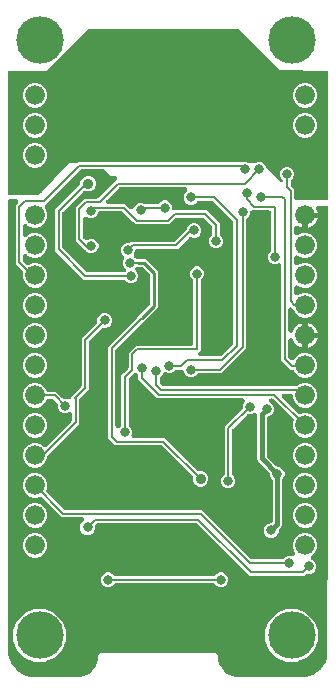
<source format=gbr>
G04 EAGLE Gerber RS-274X export*
G75*
%MOMM*%
%FSLAX34Y34*%
%LPD*%
%INBottom Copper*%
%IPPOS*%
%AMOC8*
5,1,8,0,0,1.08239X$1,22.5*%
G01*
%ADD10C,4.016000*%
%ADD11C,1.676400*%
%ADD12C,0.806400*%
%ADD13C,0.203200*%
%ADD14C,0.406400*%
%ADD15C,0.906400*%
%ADD16C,0.254000*%

G36*
X61026Y2547D02*
X61026Y2547D01*
X61120Y2547D01*
X63583Y2741D01*
X63655Y2754D01*
X63728Y2758D01*
X63893Y2797D01*
X63979Y2812D01*
X64010Y2824D01*
X64051Y2834D01*
X68737Y4357D01*
X68877Y4418D01*
X69020Y4473D01*
X69067Y4501D01*
X69106Y4518D01*
X69176Y4568D01*
X69303Y4645D01*
X73289Y7541D01*
X73404Y7643D01*
X73523Y7739D01*
X73558Y7781D01*
X73590Y7809D01*
X73642Y7878D01*
X73739Y7991D01*
X76635Y11977D01*
X76712Y12108D01*
X76795Y12237D01*
X76817Y12288D01*
X76838Y12324D01*
X76866Y12406D01*
X76923Y12543D01*
X78446Y17229D01*
X78462Y17300D01*
X78486Y17370D01*
X78513Y17537D01*
X78532Y17622D01*
X78532Y17655D01*
X78539Y17697D01*
X78733Y20161D01*
X78732Y20227D01*
X78739Y20320D01*
X78739Y21372D01*
X80228Y22861D01*
X178852Y22861D01*
X180341Y21372D01*
X180341Y20320D01*
X180347Y20254D01*
X180347Y20161D01*
X180541Y17697D01*
X180554Y17625D01*
X180558Y17552D01*
X180597Y17387D01*
X180612Y17301D01*
X180624Y17270D01*
X180634Y17229D01*
X182157Y12543D01*
X182218Y12403D01*
X182273Y12260D01*
X182301Y12213D01*
X182318Y12174D01*
X182368Y12104D01*
X182445Y11977D01*
X185341Y7991D01*
X185443Y7876D01*
X185539Y7757D01*
X185581Y7722D01*
X185609Y7690D01*
X185678Y7638D01*
X185791Y7541D01*
X189777Y4645D01*
X189908Y4568D01*
X190037Y4485D01*
X190088Y4463D01*
X190124Y4442D01*
X190206Y4414D01*
X190343Y4357D01*
X195029Y2834D01*
X195100Y2818D01*
X195170Y2794D01*
X195337Y2767D01*
X195422Y2748D01*
X195455Y2748D01*
X195497Y2741D01*
X197961Y2547D01*
X198027Y2548D01*
X198120Y2541D01*
X250952Y2541D01*
X251018Y2547D01*
X251111Y2547D01*
X254370Y2803D01*
X254442Y2816D01*
X254515Y2820D01*
X254680Y2859D01*
X254766Y2875D01*
X254797Y2887D01*
X254838Y2897D01*
X261035Y4910D01*
X261175Y4972D01*
X261318Y5026D01*
X261365Y5055D01*
X261404Y5072D01*
X261474Y5121D01*
X261602Y5199D01*
X266874Y9029D01*
X266988Y9131D01*
X267107Y9227D01*
X267143Y9269D01*
X267174Y9297D01*
X267226Y9366D01*
X267323Y9478D01*
X271153Y14750D01*
X271230Y14882D01*
X271314Y15010D01*
X271335Y15061D01*
X271356Y15098D01*
X271384Y15179D01*
X271442Y15317D01*
X272379Y18202D01*
X272410Y18341D01*
X272448Y18478D01*
X272454Y18546D01*
X272465Y18595D01*
X272466Y18677D01*
X272479Y18809D01*
X273811Y149946D01*
X273810Y149955D01*
X273811Y149967D01*
X273811Y399904D01*
X273809Y399922D01*
X273811Y399940D01*
X273790Y400122D01*
X273771Y400305D01*
X273766Y400322D01*
X273764Y400339D01*
X273707Y400514D01*
X273653Y400690D01*
X273645Y400705D01*
X273639Y400722D01*
X273549Y400882D01*
X273461Y401044D01*
X273450Y401057D01*
X273441Y401073D01*
X273321Y401212D01*
X273204Y401353D01*
X273190Y401364D01*
X273178Y401378D01*
X273033Y401490D01*
X272890Y401605D01*
X272874Y401613D01*
X272860Y401624D01*
X272695Y401706D01*
X272533Y401791D01*
X272516Y401796D01*
X272500Y401804D01*
X272321Y401851D01*
X272146Y401902D01*
X272128Y401904D01*
X272111Y401908D01*
X271780Y401935D01*
X265377Y401935D01*
X265285Y401926D01*
X265192Y401927D01*
X265085Y401906D01*
X264977Y401895D01*
X264888Y401868D01*
X264796Y401850D01*
X264696Y401809D01*
X264592Y401777D01*
X264510Y401733D01*
X264424Y401697D01*
X264333Y401637D01*
X264238Y401585D01*
X264166Y401526D01*
X264089Y401474D01*
X264012Y401397D01*
X263929Y401328D01*
X263870Y401255D01*
X263804Y401189D01*
X263744Y401099D01*
X263676Y401014D01*
X263633Y400931D01*
X263582Y400854D01*
X263541Y400753D01*
X263491Y400657D01*
X263465Y400567D01*
X263430Y400481D01*
X263409Y400374D01*
X263379Y400270D01*
X263372Y400177D01*
X263354Y400085D01*
X263355Y399977D01*
X263347Y399868D01*
X263357Y399776D01*
X263358Y399683D01*
X263381Y399576D01*
X263393Y399469D01*
X263422Y399380D01*
X263442Y399289D01*
X263493Y399165D01*
X263518Y399086D01*
X263543Y399043D01*
X263568Y398982D01*
X264122Y397893D01*
X264654Y396258D01*
X264663Y396199D01*
X254468Y396199D01*
X254450Y396197D01*
X254433Y396199D01*
X254250Y396178D01*
X254068Y396159D01*
X254051Y396154D01*
X254033Y396152D01*
X253858Y396095D01*
X253683Y396041D01*
X253667Y396033D01*
X253650Y396027D01*
X253490Y395937D01*
X253329Y395849D01*
X253315Y395838D01*
X253299Y395829D01*
X253160Y395709D01*
X253019Y395592D01*
X253008Y395578D01*
X252995Y395566D01*
X252882Y395421D01*
X252767Y395278D01*
X252759Y395262D01*
X252748Y395248D01*
X252666Y395083D01*
X252652Y395056D01*
X252554Y395001D01*
X252392Y394913D01*
X252379Y394902D01*
X252363Y394893D01*
X252224Y394773D01*
X252083Y394655D01*
X252072Y394642D01*
X252058Y394630D01*
X251946Y394485D01*
X251831Y394342D01*
X251823Y394326D01*
X251812Y394312D01*
X251730Y394147D01*
X251645Y393984D01*
X251640Y393967D01*
X251632Y393951D01*
X251584Y393773D01*
X251534Y393598D01*
X251532Y393580D01*
X251528Y393563D01*
X251501Y393232D01*
X251501Y383037D01*
X251442Y383046D01*
X249807Y383578D01*
X248275Y384358D01*
X248082Y384498D01*
X248038Y384524D01*
X247998Y384556D01*
X247865Y384626D01*
X247734Y384702D01*
X247686Y384718D01*
X247641Y384742D01*
X247496Y384783D01*
X247354Y384832D01*
X247303Y384839D01*
X247254Y384853D01*
X247104Y384866D01*
X246955Y384885D01*
X246903Y384882D01*
X246852Y384886D01*
X246703Y384869D01*
X246553Y384859D01*
X246503Y384845D01*
X246453Y384839D01*
X246309Y384793D01*
X246164Y384753D01*
X246119Y384730D01*
X246070Y384714D01*
X245939Y384640D01*
X245804Y384573D01*
X245764Y384542D01*
X245719Y384516D01*
X245605Y384418D01*
X245487Y384326D01*
X245453Y384287D01*
X245414Y384253D01*
X245322Y384135D01*
X245224Y384020D01*
X245199Y383976D01*
X245168Y383935D01*
X245101Y383801D01*
X245027Y383669D01*
X245011Y383621D01*
X244988Y383575D01*
X244949Y383429D01*
X244903Y383286D01*
X244897Y383235D01*
X244884Y383186D01*
X244865Y382956D01*
X244857Y382886D01*
X244858Y382872D01*
X244857Y382855D01*
X244857Y378789D01*
X244858Y378780D01*
X244857Y378771D01*
X244878Y378581D01*
X244897Y378389D01*
X244899Y378380D01*
X244900Y378371D01*
X244958Y378188D01*
X245015Y378004D01*
X245019Y377996D01*
X245022Y377987D01*
X245115Y377818D01*
X245207Y377650D01*
X245212Y377643D01*
X245217Y377635D01*
X245342Y377487D01*
X245464Y377340D01*
X245471Y377335D01*
X245477Y377328D01*
X245629Y377208D01*
X245778Y377088D01*
X245786Y377084D01*
X245793Y377078D01*
X245966Y376990D01*
X246135Y376903D01*
X246144Y376900D01*
X246152Y376896D01*
X246339Y376844D01*
X246522Y376791D01*
X246531Y376790D01*
X246540Y376788D01*
X246732Y376774D01*
X246924Y376758D01*
X246933Y376759D01*
X246942Y376759D01*
X247132Y376783D01*
X247323Y376805D01*
X247332Y376808D01*
X247341Y376809D01*
X247524Y376871D01*
X247706Y376930D01*
X247714Y376935D01*
X247723Y376937D01*
X247890Y377034D01*
X247945Y377065D01*
X251362Y378480D01*
X251928Y378715D01*
X256072Y378715D01*
X259899Y377129D01*
X262829Y374199D01*
X264415Y370372D01*
X264415Y366228D01*
X262829Y362401D01*
X259899Y359471D01*
X256072Y357885D01*
X251928Y357885D01*
X247985Y359519D01*
X247828Y359600D01*
X247658Y359691D01*
X247649Y359693D01*
X247641Y359697D01*
X247456Y359750D01*
X247272Y359805D01*
X247263Y359806D01*
X247254Y359809D01*
X247063Y359824D01*
X246871Y359842D01*
X246862Y359841D01*
X246852Y359842D01*
X246662Y359819D01*
X246470Y359799D01*
X246462Y359796D01*
X246453Y359795D01*
X246270Y359735D01*
X246087Y359677D01*
X246079Y359673D01*
X246070Y359670D01*
X245902Y359575D01*
X245734Y359483D01*
X245727Y359477D01*
X245719Y359472D01*
X245574Y359347D01*
X245427Y359222D01*
X245421Y359215D01*
X245414Y359209D01*
X245297Y359057D01*
X245177Y358906D01*
X245173Y358898D01*
X245168Y358891D01*
X245082Y358719D01*
X244995Y358547D01*
X244993Y358539D01*
X244988Y358530D01*
X244938Y358343D01*
X244887Y358159D01*
X244886Y358150D01*
X244884Y358141D01*
X244857Y357811D01*
X244857Y353389D01*
X244858Y353380D01*
X244857Y353371D01*
X244878Y353178D01*
X244897Y352989D01*
X244899Y352980D01*
X244900Y352971D01*
X244958Y352788D01*
X245015Y352604D01*
X245019Y352596D01*
X245022Y352587D01*
X245115Y352418D01*
X245207Y352250D01*
X245212Y352243D01*
X245217Y352235D01*
X245342Y352087D01*
X245464Y351940D01*
X245471Y351935D01*
X245477Y351928D01*
X245629Y351808D01*
X245778Y351688D01*
X245786Y351684D01*
X245793Y351678D01*
X245966Y351590D01*
X246135Y351503D01*
X246144Y351500D01*
X246152Y351496D01*
X246339Y351444D01*
X246522Y351391D01*
X246531Y351390D01*
X246540Y351388D01*
X246732Y351374D01*
X246924Y351358D01*
X246933Y351359D01*
X246942Y351359D01*
X247132Y351383D01*
X247323Y351405D01*
X247332Y351408D01*
X247341Y351409D01*
X247524Y351471D01*
X247706Y351530D01*
X247714Y351535D01*
X247723Y351537D01*
X247890Y351634D01*
X247945Y351665D01*
X251928Y353315D01*
X256072Y353315D01*
X259899Y351729D01*
X262829Y348799D01*
X264415Y344972D01*
X264415Y340828D01*
X262829Y337001D01*
X259899Y334071D01*
X258465Y333476D01*
X256072Y332485D01*
X251928Y332485D01*
X247985Y334119D01*
X247828Y334200D01*
X247658Y334291D01*
X247649Y334293D01*
X247641Y334297D01*
X247456Y334350D01*
X247272Y334405D01*
X247263Y334406D01*
X247254Y334409D01*
X247063Y334424D01*
X246871Y334442D01*
X246862Y334441D01*
X246852Y334442D01*
X246662Y334419D01*
X246470Y334399D01*
X246462Y334396D01*
X246453Y334395D01*
X246270Y334335D01*
X246087Y334277D01*
X246079Y334273D01*
X246070Y334270D01*
X245902Y334175D01*
X245734Y334083D01*
X245727Y334077D01*
X245719Y334072D01*
X245574Y333947D01*
X245427Y333822D01*
X245421Y333815D01*
X245414Y333809D01*
X245297Y333657D01*
X245177Y333506D01*
X245173Y333498D01*
X245168Y333491D01*
X245082Y333319D01*
X244995Y333147D01*
X244993Y333139D01*
X244988Y333130D01*
X244938Y332943D01*
X244887Y332759D01*
X244886Y332750D01*
X244884Y332741D01*
X244857Y332411D01*
X244857Y327989D01*
X244858Y327980D01*
X244857Y327971D01*
X244878Y327781D01*
X244897Y327589D01*
X244899Y327580D01*
X244900Y327571D01*
X244958Y327388D01*
X245015Y327204D01*
X245019Y327196D01*
X245022Y327187D01*
X245115Y327018D01*
X245207Y326850D01*
X245212Y326843D01*
X245217Y326835D01*
X245342Y326687D01*
X245464Y326540D01*
X245471Y326535D01*
X245477Y326528D01*
X245629Y326408D01*
X245778Y326288D01*
X245786Y326284D01*
X245793Y326278D01*
X245966Y326190D01*
X246135Y326103D01*
X246144Y326100D01*
X246152Y326096D01*
X246339Y326044D01*
X246522Y325991D01*
X246531Y325990D01*
X246540Y325988D01*
X246732Y325974D01*
X246924Y325958D01*
X246933Y325959D01*
X246942Y325959D01*
X247132Y325983D01*
X247323Y326005D01*
X247332Y326008D01*
X247341Y326009D01*
X247524Y326071D01*
X247706Y326130D01*
X247714Y326135D01*
X247723Y326137D01*
X247890Y326234D01*
X247945Y326265D01*
X251928Y327915D01*
X256072Y327915D01*
X259899Y326329D01*
X262829Y323399D01*
X264415Y319572D01*
X264415Y315428D01*
X262829Y311601D01*
X259899Y308671D01*
X256072Y307085D01*
X251928Y307085D01*
X248101Y308671D01*
X245171Y311601D01*
X244066Y314268D01*
X244051Y314295D01*
X244041Y314325D01*
X243956Y314473D01*
X243876Y314623D01*
X243856Y314647D01*
X243840Y314674D01*
X243626Y314927D01*
X243244Y315308D01*
X243237Y315314D01*
X243232Y315321D01*
X243082Y315441D01*
X242933Y315563D01*
X242925Y315567D01*
X242918Y315573D01*
X242747Y315662D01*
X242577Y315752D01*
X242569Y315754D01*
X242561Y315759D01*
X242375Y315812D01*
X242191Y315867D01*
X242182Y315867D01*
X242174Y315870D01*
X241982Y315886D01*
X241790Y315903D01*
X241781Y315902D01*
X241772Y315903D01*
X241583Y315881D01*
X241390Y315860D01*
X241381Y315857D01*
X241373Y315856D01*
X241191Y315797D01*
X241006Y315738D01*
X240998Y315734D01*
X240990Y315731D01*
X240821Y315636D01*
X240654Y315543D01*
X240647Y315538D01*
X240639Y315533D01*
X240493Y315407D01*
X240347Y315283D01*
X240341Y315276D01*
X240334Y315270D01*
X240217Y315119D01*
X240097Y314967D01*
X240093Y314959D01*
X240088Y314952D01*
X240002Y314780D01*
X239915Y314608D01*
X239912Y314599D01*
X239908Y314591D01*
X239858Y314405D01*
X239807Y314220D01*
X239806Y314211D01*
X239804Y314203D01*
X239777Y313872D01*
X239777Y296497D01*
X239785Y296413D01*
X239784Y296328D01*
X239805Y296213D01*
X239817Y296096D01*
X239841Y296016D01*
X239857Y295932D01*
X239900Y295823D01*
X239935Y295711D01*
X239975Y295637D01*
X240006Y295559D01*
X240071Y295460D01*
X240127Y295357D01*
X240180Y295292D01*
X240227Y295222D01*
X240309Y295138D01*
X240384Y295048D01*
X240450Y294995D01*
X240509Y294935D01*
X240606Y294869D01*
X240698Y294796D01*
X240773Y294757D01*
X240843Y294709D01*
X240951Y294664D01*
X241055Y294610D01*
X241136Y294587D01*
X241214Y294554D01*
X241330Y294531D01*
X241442Y294499D01*
X241526Y294492D01*
X241609Y294475D01*
X241727Y294475D01*
X241844Y294466D01*
X241927Y294476D01*
X242012Y294476D01*
X242127Y294499D01*
X242243Y294513D01*
X242324Y294539D01*
X242406Y294556D01*
X242514Y294601D01*
X242626Y294638D01*
X242700Y294679D01*
X242777Y294712D01*
X242874Y294778D01*
X242977Y294835D01*
X243041Y294891D01*
X243110Y294938D01*
X243193Y295022D01*
X243281Y295099D01*
X243333Y295165D01*
X243392Y295225D01*
X243456Y295324D01*
X243528Y295417D01*
X243566Y295492D01*
X243612Y295563D01*
X243669Y295700D01*
X243708Y295777D01*
X243719Y295818D01*
X243740Y295869D01*
X243878Y296293D01*
X244658Y297825D01*
X245669Y299216D01*
X246884Y300431D01*
X248275Y301442D01*
X249807Y302222D01*
X251442Y302754D01*
X251501Y302763D01*
X251501Y292568D01*
X251502Y292550D01*
X251501Y292533D01*
X251523Y292349D01*
X251541Y292168D01*
X251546Y292151D01*
X251548Y292133D01*
X251561Y292092D01*
X251534Y291998D01*
X251532Y291980D01*
X251528Y291963D01*
X251501Y291632D01*
X251501Y281437D01*
X251442Y281446D01*
X249807Y281978D01*
X248275Y282758D01*
X246884Y283769D01*
X245669Y284984D01*
X244658Y286375D01*
X243878Y287907D01*
X243740Y288331D01*
X243706Y288408D01*
X243681Y288489D01*
X243625Y288592D01*
X243578Y288700D01*
X243530Y288769D01*
X243489Y288843D01*
X243414Y288933D01*
X243347Y289029D01*
X243286Y289087D01*
X243232Y289152D01*
X243140Y289226D01*
X243055Y289307D01*
X242984Y289352D01*
X242918Y289404D01*
X242814Y289459D01*
X242714Y289521D01*
X242635Y289551D01*
X242561Y289590D01*
X242448Y289622D01*
X242338Y289664D01*
X242255Y289678D01*
X242174Y289701D01*
X242057Y289711D01*
X241941Y289730D01*
X241857Y289727D01*
X241772Y289734D01*
X241656Y289721D01*
X241538Y289717D01*
X241456Y289697D01*
X241373Y289687D01*
X241261Y289651D01*
X241147Y289624D01*
X241070Y289589D01*
X240990Y289562D01*
X240888Y289505D01*
X240781Y289456D01*
X240713Y289406D01*
X240639Y289365D01*
X240550Y289288D01*
X240455Y289219D01*
X240398Y289157D01*
X240334Y289101D01*
X240263Y289009D01*
X240183Y288922D01*
X240139Y288850D01*
X240088Y288783D01*
X240035Y288678D01*
X239975Y288578D01*
X239946Y288498D01*
X239908Y288423D01*
X239878Y288309D01*
X239838Y288199D01*
X239826Y288116D01*
X239804Y288034D01*
X239792Y287886D01*
X239779Y287801D01*
X239781Y287758D01*
X239777Y287703D01*
X239777Y274392D01*
X239779Y274366D01*
X239777Y274339D01*
X239799Y274165D01*
X239817Y273992D01*
X239824Y273966D01*
X239828Y273939D01*
X239884Y273773D01*
X239935Y273607D01*
X239947Y273583D01*
X239956Y273558D01*
X240043Y273406D01*
X240127Y273253D01*
X240144Y273232D01*
X240157Y273209D01*
X240372Y272956D01*
X241720Y271608D01*
X241730Y271599D01*
X241739Y271589D01*
X241887Y271471D01*
X242031Y271352D01*
X242043Y271346D01*
X242054Y271338D01*
X242221Y271252D01*
X242387Y271164D01*
X242400Y271160D01*
X242412Y271154D01*
X242593Y271103D01*
X242773Y271049D01*
X242786Y271048D01*
X242799Y271044D01*
X242986Y271030D01*
X243174Y271013D01*
X243188Y271014D01*
X243201Y271013D01*
X243386Y271036D01*
X243574Y271056D01*
X243587Y271060D01*
X243600Y271062D01*
X243778Y271121D01*
X243958Y271178D01*
X243970Y271184D01*
X243983Y271188D01*
X244146Y271281D01*
X244311Y271372D01*
X244321Y271381D01*
X244332Y271388D01*
X244474Y271511D01*
X244618Y271633D01*
X244626Y271643D01*
X244636Y271652D01*
X244750Y271801D01*
X244867Y271949D01*
X244873Y271961D01*
X244881Y271971D01*
X245033Y272267D01*
X245171Y272599D01*
X248101Y275529D01*
X251452Y276917D01*
X251452Y276918D01*
X251928Y277115D01*
X256072Y277115D01*
X259899Y275529D01*
X262829Y272599D01*
X264415Y268772D01*
X264415Y264628D01*
X262829Y260801D01*
X259899Y257871D01*
X256072Y256285D01*
X251928Y256285D01*
X248101Y257871D01*
X245171Y260800D01*
X244720Y261889D01*
X244709Y261909D01*
X244702Y261930D01*
X244614Y262086D01*
X244530Y262244D01*
X244515Y262261D01*
X244504Y262281D01*
X244387Y262416D01*
X244273Y262555D01*
X244256Y262569D01*
X244241Y262586D01*
X244100Y262695D01*
X243961Y262808D01*
X243941Y262819D01*
X243923Y262832D01*
X243763Y262912D01*
X243604Y262995D01*
X243583Y263002D01*
X243563Y263012D01*
X243389Y263058D01*
X243218Y263108D01*
X243195Y263110D01*
X243174Y263116D01*
X242843Y263143D01*
X241561Y263143D01*
X239181Y265524D01*
X239180Y265524D01*
X233679Y271025D01*
X233679Y351148D01*
X233678Y351161D01*
X233679Y351174D01*
X233658Y351360D01*
X233639Y351548D01*
X233635Y351561D01*
X233634Y351574D01*
X233577Y351752D01*
X233521Y351933D01*
X233515Y351945D01*
X233511Y351958D01*
X233419Y352122D01*
X233329Y352287D01*
X233321Y352297D01*
X233314Y352309D01*
X233191Y352453D01*
X233072Y352596D01*
X233061Y352605D01*
X233053Y352615D01*
X232904Y352731D01*
X232758Y352849D01*
X232746Y352855D01*
X232736Y352863D01*
X232566Y352948D01*
X232401Y353034D01*
X232388Y353038D01*
X232376Y353044D01*
X232194Y353094D01*
X232014Y353146D01*
X232000Y353147D01*
X231987Y353150D01*
X231800Y353163D01*
X231612Y353178D01*
X231599Y353177D01*
X231586Y353178D01*
X231398Y353153D01*
X231213Y353132D01*
X231200Y353127D01*
X231187Y353126D01*
X230871Y353024D01*
X229806Y352583D01*
X227394Y352583D01*
X225165Y353507D01*
X223459Y355213D01*
X222535Y357442D01*
X222535Y359854D01*
X223459Y362083D01*
X224956Y363581D01*
X224973Y363602D01*
X224994Y363619D01*
X225101Y363757D01*
X225211Y363893D01*
X225224Y363916D01*
X225240Y363937D01*
X225318Y364094D01*
X225400Y364248D01*
X225408Y364274D01*
X225420Y364298D01*
X225465Y364467D01*
X225515Y364634D01*
X225517Y364661D01*
X225524Y364687D01*
X225551Y365017D01*
X225551Y395920D01*
X225549Y395938D01*
X225551Y395956D01*
X225530Y396138D01*
X225511Y396321D01*
X225506Y396338D01*
X225504Y396355D01*
X225447Y396530D01*
X225393Y396706D01*
X225385Y396721D01*
X225379Y396738D01*
X225289Y396898D01*
X225201Y397060D01*
X225190Y397073D01*
X225181Y397089D01*
X225061Y397228D01*
X224944Y397369D01*
X224930Y397380D01*
X224918Y397394D01*
X224773Y397506D01*
X224630Y397621D01*
X224614Y397629D01*
X224600Y397640D01*
X224435Y397722D01*
X224273Y397807D01*
X224256Y397812D01*
X224240Y397820D01*
X224061Y397867D01*
X223886Y397918D01*
X223868Y397920D01*
X223851Y397924D01*
X223520Y397951D01*
X209248Y397951D01*
X209230Y397949D01*
X209212Y397951D01*
X209030Y397930D01*
X208847Y397911D01*
X208830Y397906D01*
X208813Y397904D01*
X208638Y397847D01*
X208462Y397793D01*
X208447Y397785D01*
X208430Y397779D01*
X208270Y397689D01*
X208108Y397601D01*
X208095Y397590D01*
X208079Y397581D01*
X207940Y397461D01*
X207799Y397344D01*
X207788Y397330D01*
X207774Y397318D01*
X207662Y397173D01*
X207547Y397030D01*
X207539Y397014D01*
X207528Y397000D01*
X207446Y396835D01*
X207361Y396673D01*
X207356Y396656D01*
X207348Y396640D01*
X207301Y396461D01*
X207250Y396286D01*
X207248Y396268D01*
X207244Y396251D01*
X207217Y395920D01*
X207217Y395050D01*
X206293Y392821D01*
X204796Y391323D01*
X204779Y391302D01*
X204758Y391285D01*
X204651Y391147D01*
X204541Y391011D01*
X204528Y390988D01*
X204512Y390967D01*
X204434Y390810D01*
X204352Y390656D01*
X204344Y390630D01*
X204332Y390606D01*
X204287Y390437D01*
X204237Y390270D01*
X204235Y390243D01*
X204228Y390217D01*
X204201Y389887D01*
X204201Y281169D01*
X183127Y260095D01*
X163849Y260095D01*
X163823Y260093D01*
X163796Y260095D01*
X163622Y260073D01*
X163449Y260055D01*
X163423Y260048D01*
X163397Y260044D01*
X163231Y259989D01*
X163064Y259937D01*
X163040Y259924D01*
X163015Y259916D01*
X162863Y259829D01*
X162710Y259745D01*
X162689Y259728D01*
X162666Y259715D01*
X162413Y259500D01*
X160915Y258003D01*
X158686Y257079D01*
X156274Y257079D01*
X154045Y258003D01*
X152339Y259709D01*
X151435Y261889D01*
X151425Y261909D01*
X151418Y261930D01*
X151330Y262087D01*
X151245Y262244D01*
X151231Y262261D01*
X151220Y262281D01*
X151103Y262416D01*
X150989Y262555D01*
X150971Y262569D01*
X150957Y262586D01*
X150815Y262695D01*
X150676Y262808D01*
X150656Y262819D01*
X150639Y262832D01*
X150478Y262912D01*
X150320Y262995D01*
X150298Y263002D01*
X150278Y263012D01*
X150105Y263058D01*
X149933Y263108D01*
X149911Y263110D01*
X149889Y263116D01*
X149559Y263143D01*
X145561Y263143D01*
X145535Y263141D01*
X145508Y263143D01*
X145334Y263121D01*
X145161Y263103D01*
X145135Y263096D01*
X145109Y263092D01*
X144943Y263037D01*
X144776Y262985D01*
X144752Y262972D01*
X144727Y262964D01*
X144575Y262877D01*
X144422Y262793D01*
X144401Y262776D01*
X144378Y262763D01*
X144125Y262548D01*
X142627Y261051D01*
X140398Y260127D01*
X137986Y260127D01*
X136248Y260847D01*
X136231Y260852D01*
X136215Y260860D01*
X136039Y260910D01*
X135863Y260963D01*
X135845Y260965D01*
X135828Y260970D01*
X135646Y260984D01*
X135462Y261001D01*
X135444Y261000D01*
X135427Y261001D01*
X135244Y260979D01*
X135062Y260960D01*
X135045Y260954D01*
X135027Y260952D01*
X134853Y260895D01*
X134677Y260840D01*
X134662Y260831D01*
X134645Y260826D01*
X134485Y260735D01*
X134324Y260647D01*
X134311Y260635D01*
X134295Y260626D01*
X134156Y260506D01*
X134016Y260388D01*
X134005Y260374D01*
X133991Y260362D01*
X133879Y260216D01*
X133765Y260073D01*
X133757Y260057D01*
X133746Y260043D01*
X133594Y259748D01*
X133157Y258693D01*
X131660Y257195D01*
X131643Y257174D01*
X131622Y257157D01*
X131515Y257019D01*
X131405Y256883D01*
X131392Y256860D01*
X131376Y256839D01*
X131298Y256682D01*
X131216Y256528D01*
X131208Y256502D01*
X131196Y256478D01*
X131151Y256309D01*
X131101Y256142D01*
X131099Y256115D01*
X131092Y256089D01*
X131065Y255759D01*
X131065Y252040D01*
X131067Y252014D01*
X131065Y251987D01*
X131087Y251813D01*
X131105Y251640D01*
X131112Y251614D01*
X131116Y251587D01*
X131171Y251422D01*
X131223Y251255D01*
X131236Y251231D01*
X131244Y251206D01*
X131331Y251054D01*
X131415Y250901D01*
X131432Y250880D01*
X131445Y250857D01*
X131660Y250604D01*
X132748Y249516D01*
X132769Y249499D01*
X132786Y249478D01*
X132924Y249371D01*
X133059Y249261D01*
X133083Y249248D01*
X133104Y249232D01*
X133261Y249154D01*
X133415Y249072D01*
X133441Y249064D01*
X133465Y249052D01*
X133634Y249007D01*
X133801Y248957D01*
X133828Y248955D01*
X133853Y248948D01*
X134184Y248921D01*
X246051Y248921D01*
X246077Y248923D01*
X246104Y248921D01*
X246278Y248943D01*
X246451Y248961D01*
X246477Y248969D01*
X246504Y248972D01*
X246669Y249027D01*
X246836Y249079D01*
X246860Y249092D01*
X246885Y249100D01*
X247037Y249187D01*
X247190Y249271D01*
X247211Y249288D01*
X247234Y249301D01*
X247487Y249516D01*
X248101Y250129D01*
X251928Y251715D01*
X256072Y251715D01*
X259899Y250129D01*
X262829Y247199D01*
X264415Y243372D01*
X264415Y239228D01*
X262829Y235401D01*
X259899Y232471D01*
X258555Y231914D01*
X256072Y230885D01*
X251928Y230885D01*
X248101Y232471D01*
X245171Y235401D01*
X243585Y239228D01*
X243585Y240792D01*
X243583Y240810D01*
X243585Y240828D01*
X243564Y241010D01*
X243545Y241193D01*
X243540Y241210D01*
X243538Y241227D01*
X243481Y241402D01*
X243427Y241578D01*
X243419Y241593D01*
X243413Y241610D01*
X243323Y241770D01*
X243235Y241932D01*
X243224Y241945D01*
X243215Y241961D01*
X243095Y242100D01*
X242978Y242241D01*
X242964Y242252D01*
X242952Y242266D01*
X242807Y242378D01*
X242664Y242493D01*
X242648Y242501D01*
X242634Y242512D01*
X242469Y242594D01*
X242307Y242679D01*
X242290Y242684D01*
X242274Y242692D01*
X242095Y242739D01*
X241920Y242790D01*
X241902Y242792D01*
X241885Y242796D01*
X241554Y242823D01*
X236292Y242823D01*
X236283Y242822D01*
X236274Y242823D01*
X236081Y242802D01*
X235892Y242783D01*
X235883Y242781D01*
X235874Y242780D01*
X235690Y242721D01*
X235507Y242665D01*
X235499Y242661D01*
X235490Y242658D01*
X235322Y242565D01*
X235153Y242473D01*
X235146Y242468D01*
X235138Y242463D01*
X234991Y242339D01*
X234843Y242216D01*
X234838Y242209D01*
X234831Y242203D01*
X234711Y242051D01*
X234591Y241902D01*
X234587Y241894D01*
X234581Y241887D01*
X234494Y241714D01*
X234405Y241545D01*
X234403Y241536D01*
X234399Y241528D01*
X234347Y241342D01*
X234294Y241158D01*
X234293Y241149D01*
X234291Y241140D01*
X234277Y240947D01*
X234261Y240756D01*
X234262Y240748D01*
X234262Y240739D01*
X234286Y240546D01*
X234308Y240357D01*
X234311Y240348D01*
X234312Y240339D01*
X234373Y240157D01*
X234433Y239974D01*
X234437Y239966D01*
X234440Y239958D01*
X234536Y239791D01*
X234631Y239623D01*
X234637Y239616D01*
X234641Y239609D01*
X234856Y239356D01*
X248118Y226094D01*
X248135Y226079D01*
X248150Y226063D01*
X248291Y225952D01*
X248429Y225839D01*
X248449Y225828D01*
X248467Y225814D01*
X248628Y225733D01*
X248785Y225650D01*
X248806Y225644D01*
X248826Y225634D01*
X249000Y225586D01*
X249171Y225535D01*
X249193Y225533D01*
X249215Y225527D01*
X249393Y225515D01*
X249572Y225499D01*
X249594Y225501D01*
X249616Y225500D01*
X249793Y225523D01*
X249972Y225542D01*
X249994Y225549D01*
X250016Y225552D01*
X250332Y225653D01*
X251928Y226315D01*
X256072Y226315D01*
X259899Y224729D01*
X262829Y221799D01*
X264415Y217972D01*
X264415Y213828D01*
X262829Y210001D01*
X259899Y207071D01*
X256072Y205485D01*
X251928Y205485D01*
X248101Y207071D01*
X245171Y210001D01*
X243585Y213828D01*
X243585Y217972D01*
X244247Y219568D01*
X244253Y219590D01*
X244263Y219610D01*
X244311Y219782D01*
X244363Y219954D01*
X244365Y219976D01*
X244371Y219998D01*
X244384Y220177D01*
X244401Y220355D01*
X244399Y220377D01*
X244401Y220399D01*
X244378Y220577D01*
X244360Y220755D01*
X244353Y220776D01*
X244350Y220799D01*
X244293Y220969D01*
X244240Y221139D01*
X244229Y221159D01*
X244222Y221180D01*
X244132Y221336D01*
X244047Y221493D01*
X244032Y221510D01*
X244021Y221529D01*
X243806Y221782D01*
X227424Y238164D01*
X227403Y238181D01*
X227386Y238202D01*
X227248Y238309D01*
X227113Y238419D01*
X227089Y238432D01*
X227068Y238448D01*
X226911Y238526D01*
X226757Y238608D01*
X226731Y238616D01*
X226707Y238628D01*
X226538Y238673D01*
X226371Y238723D01*
X226344Y238725D01*
X226319Y238732D01*
X225988Y238759D01*
X225474Y238759D01*
X225469Y238759D01*
X225465Y238759D01*
X225269Y238739D01*
X225073Y238719D01*
X225069Y238718D01*
X225064Y238718D01*
X224876Y238659D01*
X224688Y238601D01*
X224684Y238599D01*
X224680Y238598D01*
X224505Y238502D01*
X224334Y238409D01*
X224331Y238407D01*
X224327Y238404D01*
X224175Y238276D01*
X224025Y238152D01*
X224022Y238148D01*
X224019Y238145D01*
X223895Y237989D01*
X223773Y237838D01*
X223771Y237834D01*
X223768Y237830D01*
X223677Y237653D01*
X223587Y237481D01*
X223586Y237476D01*
X223584Y237472D01*
X223530Y237282D01*
X223476Y237094D01*
X223475Y237089D01*
X223474Y237085D01*
X223459Y236890D01*
X223443Y236692D01*
X223443Y236688D01*
X223443Y236683D01*
X223467Y236484D01*
X223490Y236293D01*
X223491Y236288D01*
X223492Y236284D01*
X223554Y236095D01*
X223615Y235910D01*
X223617Y235906D01*
X223618Y235902D01*
X223714Y235733D01*
X223813Y235559D01*
X223816Y235556D01*
X223818Y235552D01*
X223949Y235402D01*
X224076Y235255D01*
X224079Y235252D01*
X224082Y235248D01*
X224241Y235126D01*
X224394Y235008D01*
X224398Y235006D01*
X224401Y235003D01*
X224697Y234851D01*
X224923Y234757D01*
X226629Y233051D01*
X227553Y230822D01*
X227553Y228410D01*
X226629Y226181D01*
X224923Y224475D01*
X223268Y223789D01*
X222743Y223571D01*
X222723Y223561D01*
X222702Y223554D01*
X222545Y223466D01*
X222388Y223381D01*
X222371Y223367D01*
X222351Y223356D01*
X222215Y223239D01*
X222077Y223125D01*
X222063Y223107D01*
X222046Y223093D01*
X221937Y222951D01*
X221824Y222812D01*
X221813Y222792D01*
X221800Y222775D01*
X221720Y222614D01*
X221637Y222456D01*
X221630Y222434D01*
X221620Y222414D01*
X221574Y222241D01*
X221524Y222069D01*
X221522Y222047D01*
X221516Y222025D01*
X221489Y221695D01*
X221489Y190485D01*
X221491Y190458D01*
X221489Y190432D01*
X221511Y190258D01*
X221529Y190084D01*
X221536Y190059D01*
X221540Y190032D01*
X221595Y189867D01*
X221647Y189700D01*
X221660Y189676D01*
X221668Y189651D01*
X221755Y189499D01*
X221839Y189345D01*
X221856Y189325D01*
X221869Y189302D01*
X222084Y189049D01*
X229721Y181412D01*
X229741Y181395D01*
X229759Y181374D01*
X229897Y181267D01*
X230032Y181157D01*
X230056Y181144D01*
X230077Y181128D01*
X230234Y181050D01*
X230388Y180968D01*
X230413Y180960D01*
X230438Y180948D01*
X230607Y180903D01*
X230774Y180853D01*
X230800Y180851D01*
X230826Y180844D01*
X231157Y180817D01*
X231838Y180817D01*
X234067Y179893D01*
X235773Y178187D01*
X236697Y175958D01*
X236697Y173546D01*
X235773Y171317D01*
X235292Y170835D01*
X235275Y170814D01*
X235254Y170797D01*
X235147Y170659D01*
X235037Y170523D01*
X235024Y170500D01*
X235008Y170479D01*
X234930Y170322D01*
X234848Y170168D01*
X234840Y170142D01*
X234828Y170118D01*
X234783Y169949D01*
X234733Y169782D01*
X234731Y169755D01*
X234724Y169729D01*
X234697Y169399D01*
X234697Y131271D01*
X234078Y129778D01*
X232212Y127911D01*
X232195Y127891D01*
X232174Y127873D01*
X232067Y127735D01*
X231957Y127600D01*
X231944Y127576D01*
X231928Y127555D01*
X231850Y127398D01*
X231768Y127244D01*
X231760Y127219D01*
X231748Y127194D01*
X231703Y127025D01*
X231653Y126858D01*
X231651Y126832D01*
X231644Y126806D01*
X231617Y126475D01*
X231617Y125794D01*
X230693Y123565D01*
X228987Y121859D01*
X226758Y120935D01*
X224346Y120935D01*
X222117Y121859D01*
X220411Y123565D01*
X219487Y125794D01*
X219487Y128206D01*
X220411Y130435D01*
X222117Y132141D01*
X223462Y132699D01*
X224346Y133065D01*
X224536Y133065D01*
X224554Y133067D01*
X224572Y133065D01*
X224754Y133086D01*
X224937Y133105D01*
X224954Y133110D01*
X224971Y133112D01*
X225146Y133169D01*
X225322Y133223D01*
X225337Y133231D01*
X225354Y133237D01*
X225514Y133327D01*
X225676Y133415D01*
X225689Y133426D01*
X225705Y133435D01*
X225844Y133555D01*
X225985Y133672D01*
X225996Y133686D01*
X226010Y133698D01*
X226122Y133843D01*
X226237Y133986D01*
X226245Y134002D01*
X226256Y134016D01*
X226338Y134181D01*
X226423Y134343D01*
X226428Y134360D01*
X226436Y134376D01*
X226483Y134555D01*
X226534Y134730D01*
X226536Y134748D01*
X226540Y134765D01*
X226567Y135096D01*
X226567Y169399D01*
X226565Y169425D01*
X226567Y169452D01*
X226545Y169626D01*
X226527Y169799D01*
X226520Y169825D01*
X226516Y169851D01*
X226461Y170017D01*
X226409Y170184D01*
X226396Y170208D01*
X226388Y170233D01*
X226301Y170385D01*
X226217Y170538D01*
X226200Y170559D01*
X226187Y170582D01*
X225972Y170835D01*
X225491Y171317D01*
X224567Y173546D01*
X224567Y174227D01*
X224565Y174254D01*
X224567Y174280D01*
X224545Y174454D01*
X224527Y174628D01*
X224520Y174653D01*
X224516Y174680D01*
X224461Y174845D01*
X224409Y175012D01*
X224396Y175036D01*
X224388Y175061D01*
X224301Y175213D01*
X224217Y175367D01*
X224200Y175387D01*
X224187Y175410D01*
X223972Y175663D01*
X213978Y185658D01*
X213359Y187151D01*
X213359Y224568D01*
X213358Y224582D01*
X213359Y224595D01*
X213338Y224781D01*
X213319Y224969D01*
X213315Y224982D01*
X213314Y224995D01*
X213256Y225174D01*
X213201Y225354D01*
X213195Y225366D01*
X213191Y225378D01*
X213099Y225543D01*
X213009Y225708D01*
X213001Y225718D01*
X212994Y225730D01*
X212872Y225873D01*
X212752Y226017D01*
X212741Y226026D01*
X212733Y226036D01*
X212584Y226152D01*
X212438Y226270D01*
X212426Y226276D01*
X212416Y226284D01*
X212246Y226369D01*
X212081Y226455D01*
X212068Y226459D01*
X212056Y226465D01*
X211873Y226515D01*
X211694Y226566D01*
X211680Y226568D01*
X211667Y226571D01*
X211479Y226584D01*
X211292Y226599D01*
X211279Y226598D01*
X211266Y226599D01*
X211078Y226574D01*
X210893Y226552D01*
X210880Y226548D01*
X210867Y226547D01*
X210551Y226445D01*
X208470Y225583D01*
X206352Y225583D01*
X206326Y225581D01*
X206299Y225583D01*
X206125Y225561D01*
X205952Y225543D01*
X205926Y225536D01*
X205899Y225532D01*
X205734Y225477D01*
X205567Y225425D01*
X205543Y225412D01*
X205518Y225404D01*
X205366Y225317D01*
X205213Y225233D01*
X205192Y225216D01*
X205169Y225203D01*
X204916Y224988D01*
X192620Y212692D01*
X192603Y212671D01*
X192582Y212654D01*
X192475Y212516D01*
X192365Y212381D01*
X192352Y212357D01*
X192336Y212336D01*
X192258Y212179D01*
X192176Y212025D01*
X192168Y211999D01*
X192156Y211975D01*
X192111Y211806D01*
X192061Y211639D01*
X192059Y211612D01*
X192052Y211587D01*
X192025Y211256D01*
X192025Y175025D01*
X192027Y174999D01*
X192025Y174972D01*
X192047Y174798D01*
X192065Y174625D01*
X192072Y174599D01*
X192076Y174573D01*
X192131Y174407D01*
X192183Y174240D01*
X192196Y174216D01*
X192204Y174191D01*
X192291Y174039D01*
X192375Y173886D01*
X192392Y173865D01*
X192405Y173842D01*
X192620Y173589D01*
X194117Y172091D01*
X195041Y169862D01*
X195041Y167450D01*
X194117Y165221D01*
X192411Y163515D01*
X190811Y162851D01*
X190810Y162851D01*
X190182Y162591D01*
X187770Y162591D01*
X185541Y163515D01*
X183835Y165221D01*
X182911Y167450D01*
X182911Y169862D01*
X183835Y172091D01*
X185332Y173589D01*
X185349Y173610D01*
X185370Y173627D01*
X185477Y173765D01*
X185587Y173901D01*
X185600Y173924D01*
X185616Y173945D01*
X185694Y174102D01*
X185776Y174256D01*
X185784Y174282D01*
X185796Y174306D01*
X185841Y174475D01*
X185891Y174642D01*
X185893Y174669D01*
X185900Y174695D01*
X185927Y175025D01*
X185927Y214623D01*
X188308Y217003D01*
X188308Y217004D01*
X200604Y229300D01*
X200621Y229321D01*
X200642Y229338D01*
X200749Y229476D01*
X200859Y229611D01*
X200872Y229635D01*
X200888Y229656D01*
X200966Y229813D01*
X201048Y229967D01*
X201056Y229993D01*
X201068Y230017D01*
X201113Y230186D01*
X201163Y230353D01*
X201165Y230380D01*
X201172Y230405D01*
X201199Y230736D01*
X201199Y232854D01*
X202123Y235083D01*
X202331Y235292D01*
X202336Y235299D01*
X202343Y235304D01*
X202465Y235455D01*
X202586Y235603D01*
X202590Y235611D01*
X202596Y235618D01*
X202684Y235788D01*
X202775Y235959D01*
X202777Y235968D01*
X202781Y235975D01*
X202834Y236159D01*
X202889Y236345D01*
X202890Y236354D01*
X202893Y236362D01*
X202908Y236553D01*
X202926Y236746D01*
X202925Y236755D01*
X202926Y236764D01*
X202903Y236953D01*
X202882Y237146D01*
X202880Y237155D01*
X202879Y237163D01*
X202819Y237347D01*
X202761Y237530D01*
X202757Y237538D01*
X202754Y237546D01*
X202659Y237715D01*
X202566Y237882D01*
X202560Y237889D01*
X202556Y237897D01*
X202430Y238042D01*
X202306Y238189D01*
X202299Y238195D01*
X202293Y238202D01*
X202142Y238319D01*
X201990Y238439D01*
X201982Y238443D01*
X201975Y238448D01*
X201803Y238534D01*
X201631Y238621D01*
X201622Y238624D01*
X201614Y238628D01*
X201426Y238678D01*
X201243Y238729D01*
X201234Y238730D01*
X201225Y238732D01*
X200895Y238759D01*
X128785Y238759D01*
X112775Y254769D01*
X112775Y257791D01*
X112773Y257817D01*
X112775Y257844D01*
X112753Y258017D01*
X112735Y258191D01*
X112728Y258217D01*
X112724Y258243D01*
X112669Y258409D01*
X112617Y258576D01*
X112604Y258600D01*
X112596Y258625D01*
X112509Y258776D01*
X112425Y258930D01*
X112408Y258951D01*
X112395Y258974D01*
X112180Y259227D01*
X111699Y259708D01*
X111685Y259720D01*
X111673Y259733D01*
X111529Y259847D01*
X111387Y259964D01*
X111371Y259972D01*
X111357Y259983D01*
X111194Y260066D01*
X111032Y260152D01*
X111014Y260157D01*
X110998Y260165D01*
X110821Y260215D01*
X110646Y260267D01*
X110628Y260269D01*
X110611Y260273D01*
X110427Y260287D01*
X110245Y260303D01*
X110227Y260301D01*
X110209Y260303D01*
X110027Y260280D01*
X109844Y260260D01*
X109827Y260255D01*
X109810Y260252D01*
X109636Y260194D01*
X109461Y260138D01*
X109445Y260130D01*
X109428Y260124D01*
X109269Y260033D01*
X109108Y259944D01*
X109094Y259932D01*
X109079Y259923D01*
X108826Y259708D01*
X108819Y259701D01*
X108761Y259683D01*
X108737Y259670D01*
X108712Y259662D01*
X108560Y259575D01*
X108407Y259491D01*
X108386Y259474D01*
X108363Y259461D01*
X108110Y259246D01*
X105244Y256380D01*
X105227Y256359D01*
X105206Y256342D01*
X105099Y256204D01*
X104989Y256069D01*
X104976Y256045D01*
X104960Y256024D01*
X104882Y255867D01*
X104800Y255713D01*
X104792Y255687D01*
X104780Y255663D01*
X104735Y255494D01*
X104685Y255327D01*
X104683Y255300D01*
X104676Y255275D01*
X104649Y254944D01*
X104649Y216681D01*
X104651Y216655D01*
X104649Y216628D01*
X104671Y216454D01*
X104689Y216281D01*
X104696Y216255D01*
X104700Y216229D01*
X104755Y216063D01*
X104807Y215896D01*
X104820Y215872D01*
X104828Y215847D01*
X104915Y215695D01*
X104999Y215542D01*
X105016Y215521D01*
X105029Y215498D01*
X105244Y215245D01*
X106741Y213747D01*
X107665Y211518D01*
X107665Y209106D01*
X107224Y208041D01*
X107220Y208028D01*
X107214Y208017D01*
X107162Y207837D01*
X107107Y207656D01*
X107106Y207643D01*
X107102Y207630D01*
X107087Y207442D01*
X107069Y207255D01*
X107071Y207242D01*
X107070Y207228D01*
X107091Y207042D01*
X107111Y206855D01*
X107115Y206842D01*
X107116Y206829D01*
X107175Y206649D01*
X107231Y206470D01*
X107237Y206459D01*
X107241Y206446D01*
X107334Y206282D01*
X107424Y206117D01*
X107433Y206107D01*
X107439Y206095D01*
X107562Y205953D01*
X107683Y205809D01*
X107694Y205801D01*
X107702Y205790D01*
X107850Y205676D01*
X107998Y205558D01*
X108010Y205552D01*
X108020Y205544D01*
X108189Y205460D01*
X108356Y205374D01*
X108369Y205370D01*
X108381Y205364D01*
X108564Y205315D01*
X108743Y205264D01*
X108757Y205263D01*
X108770Y205260D01*
X109100Y205233D01*
X135375Y205233D01*
X162760Y177848D01*
X162781Y177831D01*
X162798Y177810D01*
X162936Y177703D01*
X163071Y177593D01*
X163095Y177580D01*
X163116Y177564D01*
X163273Y177486D01*
X163427Y177404D01*
X163453Y177396D01*
X163477Y177384D01*
X163646Y177339D01*
X163813Y177289D01*
X163840Y177287D01*
X163865Y177280D01*
X164196Y177253D01*
X166914Y177253D01*
X169327Y176253D01*
X171173Y174407D01*
X172173Y171994D01*
X172173Y169382D01*
X171173Y166969D01*
X169327Y165123D01*
X168747Y164883D01*
X166914Y164123D01*
X164302Y164123D01*
X161889Y165123D01*
X160043Y166969D01*
X159043Y169382D01*
X159043Y172100D01*
X159041Y172126D01*
X159043Y172153D01*
X159021Y172327D01*
X159003Y172500D01*
X158996Y172526D01*
X158992Y172553D01*
X158937Y172718D01*
X158885Y172885D01*
X158872Y172909D01*
X158864Y172934D01*
X158777Y173086D01*
X158693Y173239D01*
X158676Y173260D01*
X158663Y173283D01*
X158448Y173536D01*
X133444Y198540D01*
X133423Y198557D01*
X133406Y198578D01*
X133268Y198685D01*
X133133Y198795D01*
X133109Y198808D01*
X133088Y198824D01*
X132931Y198902D01*
X132777Y198984D01*
X132751Y198992D01*
X132727Y199004D01*
X132558Y199049D01*
X132391Y199099D01*
X132364Y199101D01*
X132339Y199108D01*
X132008Y199135D01*
X93225Y199135D01*
X87375Y204985D01*
X87375Y282695D01*
X111926Y307246D01*
X111943Y307267D01*
X111964Y307284D01*
X112071Y307422D01*
X112181Y307557D01*
X112194Y307581D01*
X112210Y307602D01*
X112288Y307759D01*
X112370Y307913D01*
X112378Y307939D01*
X112390Y307963D01*
X112428Y308107D01*
X122102Y317781D01*
X122119Y317802D01*
X122139Y317819D01*
X122246Y317957D01*
X122357Y318092D01*
X122370Y318116D01*
X122386Y318137D01*
X122464Y318294D01*
X122546Y318448D01*
X122553Y318474D01*
X122565Y318498D01*
X122611Y318667D01*
X122661Y318834D01*
X122663Y318861D01*
X122670Y318886D01*
X122697Y319217D01*
X122697Y342790D01*
X122694Y342816D01*
X122696Y342843D01*
X122674Y343017D01*
X122657Y343191D01*
X122649Y343216D01*
X122646Y343243D01*
X122590Y343408D01*
X122539Y343575D01*
X122526Y343599D01*
X122518Y343624D01*
X122430Y343776D01*
X122347Y343929D01*
X122330Y343950D01*
X122317Y343973D01*
X122102Y344226D01*
X116658Y349670D01*
X116637Y349687D01*
X116620Y349708D01*
X116482Y349815D01*
X116346Y349925D01*
X116323Y349938D01*
X116302Y349954D01*
X116145Y350032D01*
X115991Y350114D01*
X115965Y350122D01*
X115941Y350134D01*
X115772Y350179D01*
X115605Y350229D01*
X115578Y350231D01*
X115552Y350238D01*
X115222Y350265D01*
X112287Y350265D01*
X112279Y350264D01*
X112270Y350265D01*
X112078Y350244D01*
X111887Y350225D01*
X111878Y350223D01*
X111869Y350222D01*
X111687Y350164D01*
X111502Y350107D01*
X111494Y350103D01*
X111486Y350100D01*
X111317Y350007D01*
X111148Y349915D01*
X111141Y349910D01*
X111133Y349905D01*
X110984Y349779D01*
X110839Y349658D01*
X110833Y349651D01*
X110826Y349645D01*
X110707Y349494D01*
X110586Y349344D01*
X110582Y349336D01*
X110577Y349329D01*
X110490Y349158D01*
X110401Y348987D01*
X110398Y348978D01*
X110394Y348970D01*
X110342Y348784D01*
X110289Y348600D01*
X110289Y348591D01*
X110286Y348582D01*
X110272Y348390D01*
X110256Y348198D01*
X110258Y348190D01*
X110257Y348181D01*
X110282Y347985D01*
X110303Y347799D01*
X110306Y347790D01*
X110307Y347781D01*
X110369Y347598D01*
X110428Y347416D01*
X110433Y347408D01*
X110435Y347400D01*
X110531Y347234D01*
X110626Y347065D01*
X110632Y347058D01*
X110636Y347051D01*
X110851Y346798D01*
X111821Y345827D01*
X112745Y343598D01*
X112745Y341186D01*
X111821Y338957D01*
X110115Y337251D01*
X107886Y336327D01*
X105474Y336327D01*
X103245Y337251D01*
X101747Y338748D01*
X101726Y338765D01*
X101709Y338786D01*
X101571Y338893D01*
X101435Y339003D01*
X101412Y339016D01*
X101391Y339032D01*
X101234Y339110D01*
X101080Y339192D01*
X101054Y339200D01*
X101030Y339212D01*
X100861Y339257D01*
X100694Y339307D01*
X100667Y339309D01*
X100641Y339316D01*
X100311Y339343D01*
X66809Y339343D01*
X42275Y363877D01*
X42275Y398759D01*
X63198Y419682D01*
X63215Y419703D01*
X63236Y419720D01*
X63343Y419858D01*
X63453Y419993D01*
X63466Y420017D01*
X63482Y420038D01*
X63560Y420195D01*
X63642Y420349D01*
X63650Y420375D01*
X63662Y420399D01*
X63707Y420568D01*
X63757Y420735D01*
X63759Y420762D01*
X63766Y420788D01*
X63793Y421118D01*
X63793Y421930D01*
X64793Y424343D01*
X66639Y426189D01*
X69052Y427189D01*
X71664Y427189D01*
X74077Y426189D01*
X75923Y424343D01*
X76923Y421930D01*
X76923Y419318D01*
X75923Y416905D01*
X74077Y415059D01*
X71664Y414059D01*
X69052Y414059D01*
X68289Y414376D01*
X68267Y414382D01*
X68247Y414392D01*
X68074Y414440D01*
X67903Y414492D01*
X67881Y414494D01*
X67859Y414500D01*
X67680Y414513D01*
X67502Y414530D01*
X67480Y414528D01*
X67458Y414530D01*
X67279Y414507D01*
X67102Y414489D01*
X67081Y414482D01*
X67058Y414479D01*
X66888Y414422D01*
X66717Y414369D01*
X66698Y414358D01*
X66677Y414351D01*
X66521Y414261D01*
X66364Y414176D01*
X66347Y414161D01*
X66328Y414150D01*
X66075Y413935D01*
X48968Y396828D01*
X48951Y396807D01*
X48930Y396790D01*
X48823Y396652D01*
X48713Y396517D01*
X48700Y396493D01*
X48684Y396472D01*
X48606Y396315D01*
X48524Y396161D01*
X48516Y396135D01*
X48504Y396111D01*
X48459Y395942D01*
X48409Y395775D01*
X48407Y395748D01*
X48400Y395723D01*
X48373Y395392D01*
X48373Y367244D01*
X48375Y367218D01*
X48373Y367191D01*
X48395Y367017D01*
X48413Y366844D01*
X48420Y366818D01*
X48424Y366791D01*
X48479Y366626D01*
X48531Y366459D01*
X48544Y366435D01*
X48552Y366410D01*
X48639Y366258D01*
X48723Y366105D01*
X48740Y366084D01*
X48753Y366061D01*
X48968Y365808D01*
X68740Y346036D01*
X68761Y346019D01*
X68778Y345998D01*
X68916Y345891D01*
X69051Y345781D01*
X69075Y345768D01*
X69096Y345752D01*
X69253Y345674D01*
X69407Y345592D01*
X69433Y345584D01*
X69457Y345572D01*
X69626Y345527D01*
X69793Y345477D01*
X69820Y345475D01*
X69845Y345468D01*
X70176Y345441D01*
X100311Y345441D01*
X100319Y345442D01*
X100328Y345441D01*
X100522Y345462D01*
X100711Y345481D01*
X100720Y345483D01*
X100729Y345484D01*
X100913Y345543D01*
X101096Y345599D01*
X101104Y345603D01*
X101112Y345606D01*
X101281Y345699D01*
X101450Y345791D01*
X101457Y345796D01*
X101465Y345801D01*
X101612Y345925D01*
X101759Y346048D01*
X101765Y346055D01*
X101772Y346061D01*
X101892Y346213D01*
X102012Y346362D01*
X102016Y346370D01*
X102021Y346377D01*
X102109Y346550D01*
X102197Y346719D01*
X102200Y346728D01*
X102204Y346736D01*
X102256Y346922D01*
X102309Y347106D01*
X102309Y347115D01*
X102312Y347124D01*
X102326Y347316D01*
X102341Y347508D01*
X102340Y347516D01*
X102341Y347525D01*
X102317Y347718D01*
X102295Y347907D01*
X102292Y347916D01*
X102291Y347925D01*
X102229Y348107D01*
X102170Y348290D01*
X102165Y348298D01*
X102162Y348306D01*
X102066Y348473D01*
X101972Y348641D01*
X101966Y348648D01*
X101962Y348655D01*
X101747Y348908D01*
X100523Y350133D01*
X99599Y352362D01*
X99599Y354774D01*
X100555Y357081D01*
X100605Y357142D01*
X100613Y357158D01*
X100624Y357172D01*
X100707Y357336D01*
X100794Y357498D01*
X100799Y357515D01*
X100807Y357531D01*
X100856Y357708D01*
X100908Y357884D01*
X100910Y357902D01*
X100915Y357919D01*
X100928Y358102D01*
X100945Y358285D01*
X100943Y358303D01*
X100944Y358320D01*
X100921Y358502D01*
X100901Y358685D01*
X100896Y358702D01*
X100894Y358720D01*
X100835Y358894D01*
X100780Y359069D01*
X100771Y359085D01*
X100765Y359101D01*
X100674Y359260D01*
X100585Y359421D01*
X100573Y359435D01*
X100565Y359450D01*
X100350Y359703D01*
X98999Y361055D01*
X98075Y363284D01*
X98075Y365696D01*
X98999Y367925D01*
X100705Y369631D01*
X102934Y370555D01*
X105052Y370555D01*
X105078Y370557D01*
X105105Y370555D01*
X105279Y370577D01*
X105452Y370595D01*
X105478Y370602D01*
X105505Y370606D01*
X105670Y370661D01*
X105837Y370713D01*
X105861Y370726D01*
X105886Y370734D01*
X106038Y370821D01*
X106191Y370905D01*
X106212Y370922D01*
X106235Y370935D01*
X106488Y371150D01*
X106687Y371349D01*
X142676Y371349D01*
X142702Y371351D01*
X142729Y371349D01*
X142903Y371371D01*
X143076Y371389D01*
X143102Y371396D01*
X143129Y371400D01*
X143294Y371455D01*
X143461Y371507D01*
X143485Y371520D01*
X143510Y371528D01*
X143662Y371615D01*
X143815Y371699D01*
X143836Y371716D01*
X143859Y371729D01*
X144112Y371944D01*
X153373Y381204D01*
X153393Y381229D01*
X153416Y381249D01*
X153520Y381384D01*
X153628Y381516D01*
X153643Y381544D01*
X153662Y381568D01*
X153813Y381863D01*
X154879Y384435D01*
X156585Y386141D01*
X157704Y386605D01*
X158814Y387065D01*
X161226Y387065D01*
X163455Y386141D01*
X165161Y384435D01*
X166085Y382206D01*
X166085Y379794D01*
X165161Y377565D01*
X163455Y375859D01*
X161226Y374935D01*
X158814Y374935D01*
X157885Y375320D01*
X157864Y375326D01*
X157844Y375337D01*
X157671Y375385D01*
X157499Y375436D01*
X157477Y375439D01*
X157456Y375445D01*
X157276Y375458D01*
X157099Y375475D01*
X157077Y375472D01*
X157054Y375474D01*
X156875Y375451D01*
X156698Y375433D01*
X156677Y375426D01*
X156655Y375424D01*
X156484Y375366D01*
X156314Y375313D01*
X156294Y375302D01*
X156273Y375295D01*
X156117Y375206D01*
X155961Y375120D01*
X155944Y375106D01*
X155924Y375094D01*
X155671Y374880D01*
X146043Y365251D01*
X112236Y365251D01*
X112218Y365249D01*
X112200Y365251D01*
X112018Y365230D01*
X111835Y365211D01*
X111818Y365206D01*
X111801Y365204D01*
X111626Y365147D01*
X111450Y365093D01*
X111435Y365085D01*
X111418Y365079D01*
X111258Y364989D01*
X111096Y364901D01*
X111083Y364890D01*
X111067Y364881D01*
X110928Y364761D01*
X110787Y364644D01*
X110776Y364630D01*
X110762Y364618D01*
X110650Y364473D01*
X110535Y364330D01*
X110527Y364314D01*
X110516Y364300D01*
X110434Y364135D01*
X110349Y363973D01*
X110344Y363956D01*
X110336Y363940D01*
X110289Y363761D01*
X110238Y363586D01*
X110236Y363568D01*
X110232Y363551D01*
X110211Y363299D01*
X109249Y360977D01*
X109199Y360916D01*
X109191Y360900D01*
X109180Y360886D01*
X109096Y360722D01*
X109011Y360560D01*
X109005Y360543D01*
X108997Y360527D01*
X108948Y360350D01*
X108896Y360174D01*
X108894Y360157D01*
X108889Y360139D01*
X108876Y359956D01*
X108859Y359774D01*
X108861Y359756D01*
X108860Y359738D01*
X108883Y359555D01*
X108903Y359373D01*
X108908Y359356D01*
X108910Y359338D01*
X108969Y359164D01*
X109024Y358989D01*
X109033Y358974D01*
X109039Y358957D01*
X109130Y358797D01*
X109219Y358637D01*
X109230Y358623D01*
X109239Y358608D01*
X109454Y358355D01*
X110343Y357466D01*
X110364Y357449D01*
X110381Y357428D01*
X110519Y357321D01*
X110655Y357211D01*
X110678Y357198D01*
X110699Y357182D01*
X110856Y357104D01*
X111010Y357022D01*
X111036Y357014D01*
X111060Y357002D01*
X111229Y356957D01*
X111396Y356907D01*
X111423Y356905D01*
X111449Y356898D01*
X111779Y356871D01*
X118799Y356871D01*
X126773Y348897D01*
X129302Y346367D01*
X129302Y315640D01*
X117100Y303437D01*
X117056Y303423D01*
X116889Y303371D01*
X116865Y303358D01*
X116840Y303350D01*
X116688Y303263D01*
X116535Y303179D01*
X116514Y303162D01*
X116491Y303149D01*
X116238Y302934D01*
X94068Y280764D01*
X94051Y280743D01*
X94030Y280726D01*
X93923Y280588D01*
X93813Y280453D01*
X93800Y280429D01*
X93784Y280408D01*
X93706Y280251D01*
X93624Y280097D01*
X93616Y280071D01*
X93604Y280047D01*
X93559Y279877D01*
X93509Y279711D01*
X93507Y279684D01*
X93500Y279659D01*
X93473Y279328D01*
X93473Y215665D01*
X93474Y215657D01*
X93473Y215648D01*
X93494Y215456D01*
X93513Y215265D01*
X93515Y215256D01*
X93516Y215247D01*
X93574Y215065D01*
X93631Y214880D01*
X93635Y214872D01*
X93638Y214864D01*
X93731Y214695D01*
X93823Y214526D01*
X93828Y214519D01*
X93833Y214511D01*
X93958Y214363D01*
X94080Y214217D01*
X94087Y214211D01*
X94093Y214204D01*
X94245Y214084D01*
X94394Y213964D01*
X94402Y213960D01*
X94409Y213955D01*
X94582Y213867D01*
X94751Y213779D01*
X94760Y213776D01*
X94768Y213772D01*
X94953Y213721D01*
X95138Y213667D01*
X95147Y213667D01*
X95156Y213664D01*
X95348Y213650D01*
X95540Y213634D01*
X95548Y213636D01*
X95557Y213635D01*
X95748Y213659D01*
X95939Y213681D01*
X95948Y213684D01*
X95957Y213685D01*
X96138Y213746D01*
X96322Y213806D01*
X96330Y213811D01*
X96338Y213813D01*
X96506Y213910D01*
X96673Y214004D01*
X96680Y214010D01*
X96687Y214014D01*
X96940Y214229D01*
X97956Y215245D01*
X97973Y215266D01*
X97994Y215283D01*
X98100Y215421D01*
X98211Y215557D01*
X98224Y215580D01*
X98240Y215601D01*
X98318Y215758D01*
X98400Y215912D01*
X98408Y215938D01*
X98420Y215962D01*
X98465Y216131D01*
X98515Y216298D01*
X98517Y216325D01*
X98524Y216351D01*
X98551Y216681D01*
X98551Y258311D01*
X100932Y260691D01*
X100932Y260692D01*
X104052Y263812D01*
X104069Y263833D01*
X104090Y263850D01*
X104197Y263988D01*
X104307Y264123D01*
X104320Y264147D01*
X104336Y264168D01*
X104414Y264325D01*
X104496Y264479D01*
X104504Y264505D01*
X104516Y264529D01*
X104561Y264698D01*
X104611Y264865D01*
X104613Y264892D01*
X104620Y264917D01*
X104647Y265248D01*
X104647Y277615D01*
X110497Y283465D01*
X157480Y283465D01*
X157498Y283467D01*
X157516Y283465D01*
X157698Y283486D01*
X157881Y283505D01*
X157898Y283510D01*
X157915Y283512D01*
X158090Y283569D01*
X158266Y283623D01*
X158281Y283631D01*
X158298Y283637D01*
X158458Y283727D01*
X158620Y283815D01*
X158633Y283826D01*
X158649Y283835D01*
X158788Y283955D01*
X158929Y284072D01*
X158940Y284086D01*
X158954Y284098D01*
X159066Y284243D01*
X159181Y284386D01*
X159189Y284402D01*
X159200Y284416D01*
X159282Y284581D01*
X159367Y284743D01*
X159372Y284760D01*
X159380Y284776D01*
X159427Y284955D01*
X159478Y285130D01*
X159480Y285148D01*
X159484Y285165D01*
X159511Y285496D01*
X159511Y338055D01*
X159509Y338081D01*
X159511Y338108D01*
X159489Y338282D01*
X159471Y338455D01*
X159464Y338481D01*
X159460Y338507D01*
X159405Y338673D01*
X159353Y338840D01*
X159340Y338864D01*
X159332Y338889D01*
X159245Y339041D01*
X159161Y339194D01*
X159144Y339215D01*
X159131Y339238D01*
X158916Y339491D01*
X157419Y340989D01*
X156495Y343218D01*
X156495Y345630D01*
X157419Y347859D01*
X159125Y349565D01*
X160276Y350042D01*
X160276Y350043D01*
X161354Y350489D01*
X163766Y350489D01*
X165995Y349565D01*
X167701Y347859D01*
X168625Y345630D01*
X168625Y343218D01*
X167701Y340989D01*
X166204Y339491D01*
X166187Y339470D01*
X166166Y339453D01*
X166059Y339315D01*
X165949Y339179D01*
X165936Y339156D01*
X165920Y339135D01*
X165842Y338978D01*
X165760Y338824D01*
X165752Y338798D01*
X165740Y338774D01*
X165695Y338605D01*
X165645Y338438D01*
X165643Y338411D01*
X165636Y338385D01*
X165609Y338055D01*
X165609Y279153D01*
X164244Y277788D01*
X164238Y277781D01*
X164231Y277776D01*
X164111Y277626D01*
X163989Y277477D01*
X163985Y277469D01*
X163979Y277462D01*
X163891Y277292D01*
X163800Y277121D01*
X163798Y277112D01*
X163793Y277105D01*
X163740Y276920D01*
X163685Y276735D01*
X163685Y276726D01*
X163682Y276718D01*
X163666Y276527D01*
X163649Y276334D01*
X163650Y276325D01*
X163649Y276316D01*
X163671Y276126D01*
X163692Y275934D01*
X163695Y275925D01*
X163696Y275917D01*
X163755Y275735D01*
X163814Y275550D01*
X163818Y275542D01*
X163821Y275534D01*
X163915Y275367D01*
X164009Y275198D01*
X164014Y275191D01*
X164019Y275183D01*
X164144Y275038D01*
X164269Y274891D01*
X164276Y274885D01*
X164282Y274878D01*
X164433Y274762D01*
X164585Y274641D01*
X164593Y274637D01*
X164600Y274632D01*
X164772Y274546D01*
X164944Y274459D01*
X164953Y274456D01*
X164961Y274452D01*
X165147Y274402D01*
X165332Y274351D01*
X165341Y274350D01*
X165349Y274348D01*
X165680Y274321D01*
X181792Y274321D01*
X181818Y274323D01*
X181845Y274321D01*
X182019Y274343D01*
X182192Y274361D01*
X182218Y274368D01*
X182245Y274372D01*
X182410Y274427D01*
X182577Y274479D01*
X182601Y274492D01*
X182626Y274500D01*
X182778Y274587D01*
X182931Y274671D01*
X182952Y274688D01*
X182975Y274701D01*
X183228Y274916D01*
X192444Y284132D01*
X192461Y284153D01*
X192482Y284170D01*
X192589Y284308D01*
X192699Y284443D01*
X192712Y284467D01*
X192728Y284488D01*
X192806Y284645D01*
X192888Y284799D01*
X192896Y284825D01*
X192908Y284849D01*
X192953Y285018D01*
X193003Y285185D01*
X193005Y285212D01*
X193012Y285237D01*
X193039Y285568D01*
X193039Y388040D01*
X193037Y388066D01*
X193039Y388093D01*
X193017Y388267D01*
X192999Y388440D01*
X192992Y388466D01*
X192988Y388493D01*
X192933Y388658D01*
X192881Y388825D01*
X192868Y388849D01*
X192860Y388874D01*
X192773Y389026D01*
X192689Y389179D01*
X192672Y389200D01*
X192659Y389223D01*
X192444Y389476D01*
X176624Y405296D01*
X176603Y405313D01*
X176586Y405334D01*
X176448Y405441D01*
X176313Y405551D01*
X176289Y405564D01*
X176268Y405580D01*
X176111Y405658D01*
X175957Y405740D01*
X175931Y405748D01*
X175907Y405760D01*
X175738Y405805D01*
X175571Y405855D01*
X175544Y405857D01*
X175519Y405864D01*
X175188Y405891D01*
X163595Y405891D01*
X163569Y405889D01*
X163542Y405891D01*
X163368Y405869D01*
X163195Y405851D01*
X163169Y405844D01*
X163143Y405840D01*
X162977Y405785D01*
X162810Y405733D01*
X162786Y405720D01*
X162761Y405712D01*
X162609Y405625D01*
X162456Y405541D01*
X162435Y405524D01*
X162412Y405511D01*
X162159Y405296D01*
X160661Y403799D01*
X158432Y402875D01*
X156020Y402875D01*
X153791Y403799D01*
X152085Y405505D01*
X151161Y407734D01*
X151161Y410146D01*
X152085Y412375D01*
X153817Y414108D01*
X153823Y414115D01*
X153829Y414120D01*
X153950Y414270D01*
X154072Y414419D01*
X154076Y414427D01*
X154082Y414434D01*
X154170Y414604D01*
X154261Y414775D01*
X154263Y414784D01*
X154267Y414791D01*
X154320Y414976D01*
X154375Y415161D01*
X154376Y415170D01*
X154379Y415178D01*
X154394Y415369D01*
X154412Y415562D01*
X154411Y415571D01*
X154412Y415580D01*
X154389Y415769D01*
X154368Y415962D01*
X154366Y415971D01*
X154365Y415979D01*
X154305Y416161D01*
X154247Y416346D01*
X154243Y416354D01*
X154240Y416362D01*
X154146Y416529D01*
X154052Y416698D01*
X154046Y416705D01*
X154042Y416713D01*
X153917Y416858D01*
X153792Y417005D01*
X153785Y417011D01*
X153779Y417018D01*
X153628Y417134D01*
X153476Y417255D01*
X153468Y417259D01*
X153461Y417264D01*
X153289Y417350D01*
X153117Y417437D01*
X153108Y417440D01*
X153100Y417444D01*
X152914Y417494D01*
X152729Y417545D01*
X152720Y417546D01*
X152711Y417548D01*
X152381Y417575D01*
X97729Y417575D01*
X97702Y417573D01*
X97676Y417575D01*
X97502Y417553D01*
X97328Y417535D01*
X97303Y417528D01*
X97276Y417524D01*
X97110Y417469D01*
X96943Y417417D01*
X96920Y417404D01*
X96894Y417396D01*
X96743Y417309D01*
X96589Y417225D01*
X96569Y417208D01*
X96546Y417195D01*
X96293Y416980D01*
X86132Y406820D01*
X86127Y406813D01*
X86120Y406808D01*
X86000Y406658D01*
X85877Y406509D01*
X85873Y406501D01*
X85868Y406494D01*
X85779Y406324D01*
X85689Y406153D01*
X85686Y406144D01*
X85682Y406137D01*
X85629Y405952D01*
X85574Y405767D01*
X85573Y405758D01*
X85571Y405750D01*
X85555Y405558D01*
X85538Y405366D01*
X85539Y405357D01*
X85538Y405348D01*
X85560Y405159D01*
X85581Y404966D01*
X85584Y404957D01*
X85585Y404949D01*
X85645Y404765D01*
X85703Y404582D01*
X85707Y404574D01*
X85710Y404566D01*
X85805Y404396D01*
X85897Y404230D01*
X85903Y404223D01*
X85908Y404215D01*
X86033Y404069D01*
X86158Y403923D01*
X86165Y403917D01*
X86171Y403910D01*
X86322Y403793D01*
X86474Y403673D01*
X86482Y403669D01*
X86489Y403664D01*
X86661Y403578D01*
X86833Y403491D01*
X86841Y403488D01*
X86849Y403484D01*
X87036Y403434D01*
X87221Y403383D01*
X87229Y403382D01*
X87238Y403380D01*
X87569Y403353D01*
X101847Y403353D01*
X105709Y399491D01*
X105719Y399483D01*
X105728Y399472D01*
X105875Y399355D01*
X106020Y399236D01*
X106032Y399230D01*
X106042Y399221D01*
X106212Y399134D01*
X106376Y399047D01*
X106388Y399044D01*
X106401Y399037D01*
X106582Y398986D01*
X106762Y398933D01*
X106775Y398931D01*
X106788Y398928D01*
X106974Y398913D01*
X107163Y398896D01*
X107176Y398898D01*
X107189Y398897D01*
X107374Y398919D01*
X107563Y398940D01*
X107576Y398944D01*
X107589Y398945D01*
X107766Y399004D01*
X107947Y399061D01*
X107959Y399068D01*
X107971Y399072D01*
X108134Y399165D01*
X108299Y399256D01*
X108309Y399265D01*
X108321Y399271D01*
X108462Y399394D01*
X108606Y399516D01*
X108614Y399527D01*
X108624Y399536D01*
X108739Y399684D01*
X108856Y399832D01*
X108862Y399844D01*
X108870Y399855D01*
X109021Y400150D01*
X109667Y401707D01*
X111373Y403413D01*
X113602Y404337D01*
X116014Y404337D01*
X118017Y403507D01*
X118046Y403498D01*
X118074Y403484D01*
X118239Y403440D01*
X118402Y403391D01*
X118433Y403388D01*
X118463Y403380D01*
X118794Y403353D01*
X128759Y403353D01*
X128785Y403355D01*
X128812Y403353D01*
X128986Y403375D01*
X129159Y403393D01*
X129185Y403400D01*
X129211Y403404D01*
X129377Y403459D01*
X129544Y403511D01*
X129568Y403524D01*
X129593Y403532D01*
X129745Y403619D01*
X129898Y403703D01*
X129919Y403720D01*
X129942Y403733D01*
X130195Y403948D01*
X131693Y405445D01*
X133922Y406369D01*
X136334Y406369D01*
X138563Y405445D01*
X140269Y403739D01*
X141193Y401510D01*
X141193Y400050D01*
X141195Y400032D01*
X141193Y400014D01*
X141214Y399832D01*
X141233Y399649D01*
X141238Y399632D01*
X141240Y399615D01*
X141297Y399440D01*
X141351Y399264D01*
X141359Y399249D01*
X141365Y399232D01*
X141455Y399072D01*
X141543Y398910D01*
X141554Y398897D01*
X141563Y398881D01*
X141683Y398742D01*
X141800Y398601D01*
X141814Y398590D01*
X141826Y398576D01*
X141971Y398464D01*
X142114Y398349D01*
X142130Y398341D01*
X142144Y398330D01*
X142309Y398248D01*
X142471Y398163D01*
X142488Y398158D01*
X142504Y398150D01*
X142683Y398103D01*
X142858Y398052D01*
X142876Y398050D01*
X142893Y398046D01*
X143224Y398019D01*
X170681Y398019D01*
X181611Y387089D01*
X181611Y378225D01*
X181613Y378199D01*
X181611Y378172D01*
X181633Y377998D01*
X181651Y377825D01*
X181658Y377799D01*
X181662Y377773D01*
X181717Y377607D01*
X181769Y377440D01*
X181782Y377416D01*
X181790Y377391D01*
X181877Y377239D01*
X181961Y377086D01*
X181978Y377065D01*
X181991Y377042D01*
X182206Y376789D01*
X183703Y375291D01*
X184627Y373062D01*
X184627Y370650D01*
X183703Y368421D01*
X181997Y366715D01*
X179768Y365791D01*
X177356Y365791D01*
X175127Y366715D01*
X173421Y368421D01*
X172497Y370650D01*
X172497Y373062D01*
X173421Y375291D01*
X174918Y376789D01*
X174935Y376810D01*
X174956Y376827D01*
X175063Y376965D01*
X175173Y377101D01*
X175186Y377124D01*
X175202Y377145D01*
X175280Y377302D01*
X175362Y377456D01*
X175370Y377482D01*
X175382Y377506D01*
X175427Y377675D01*
X175477Y377842D01*
X175479Y377869D01*
X175486Y377895D01*
X175513Y378225D01*
X175513Y383722D01*
X175511Y383748D01*
X175513Y383775D01*
X175491Y383949D01*
X175473Y384122D01*
X175466Y384148D01*
X175462Y384175D01*
X175407Y384340D01*
X175355Y384507D01*
X175342Y384531D01*
X175334Y384556D01*
X175247Y384708D01*
X175163Y384861D01*
X175146Y384882D01*
X175133Y384905D01*
X174918Y385158D01*
X168750Y391326D01*
X168729Y391343D01*
X168712Y391364D01*
X168574Y391471D01*
X168439Y391581D01*
X168415Y391594D01*
X168394Y391610D01*
X168237Y391688D01*
X168083Y391770D01*
X168057Y391778D01*
X168033Y391790D01*
X167864Y391835D01*
X167697Y391885D01*
X167670Y391887D01*
X167645Y391894D01*
X167314Y391921D01*
X145868Y391921D01*
X145842Y391919D01*
X145815Y391921D01*
X145641Y391899D01*
X145468Y391881D01*
X145442Y391874D01*
X145415Y391870D01*
X145250Y391815D01*
X145083Y391763D01*
X145059Y391750D01*
X145034Y391742D01*
X144882Y391655D01*
X144729Y391571D01*
X144708Y391554D01*
X144685Y391541D01*
X144432Y391326D01*
X139185Y386079D01*
X110497Y386079D01*
X108117Y388460D01*
X108116Y388460D01*
X99916Y396660D01*
X99895Y396677D01*
X99878Y396698D01*
X99740Y396805D01*
X99605Y396915D01*
X99581Y396928D01*
X99560Y396944D01*
X99403Y397022D01*
X99249Y397104D01*
X99223Y397112D01*
X99199Y397124D01*
X99030Y397169D01*
X98863Y397219D01*
X98836Y397221D01*
X98811Y397228D01*
X98480Y397255D01*
X80787Y397255D01*
X80765Y397253D01*
X80743Y397255D01*
X80565Y397233D01*
X80387Y397215D01*
X80365Y397209D01*
X80343Y397206D01*
X80173Y397150D01*
X80002Y397097D01*
X79982Y397087D01*
X79961Y397080D01*
X79805Y396991D01*
X79648Y396905D01*
X79631Y396891D01*
X79611Y396880D01*
X79476Y396763D01*
X79339Y396648D01*
X79324Y396630D01*
X79308Y396616D01*
X79198Y396474D01*
X79086Y396334D01*
X79076Y396314D01*
X79062Y396296D01*
X78911Y396001D01*
X78007Y393821D01*
X76301Y392115D01*
X74072Y391191D01*
X71660Y391191D01*
X69398Y392128D01*
X69346Y392170D01*
X69197Y392292D01*
X69189Y392296D01*
X69182Y392302D01*
X69013Y392389D01*
X68841Y392481D01*
X68832Y392483D01*
X68825Y392487D01*
X68641Y392540D01*
X68455Y392595D01*
X68446Y392596D01*
X68438Y392599D01*
X68246Y392614D01*
X68054Y392632D01*
X68045Y392631D01*
X68036Y392632D01*
X67847Y392609D01*
X67654Y392588D01*
X67645Y392586D01*
X67637Y392585D01*
X67454Y392525D01*
X67270Y392467D01*
X67262Y392463D01*
X67254Y392460D01*
X67085Y392364D01*
X66918Y392272D01*
X66911Y392266D01*
X66903Y392262D01*
X66757Y392136D01*
X66611Y392012D01*
X66605Y392005D01*
X66598Y391999D01*
X66481Y391847D01*
X66361Y391696D01*
X66357Y391688D01*
X66352Y391681D01*
X66265Y391507D01*
X66179Y391337D01*
X66176Y391328D01*
X66172Y391320D01*
X66122Y391133D01*
X66071Y390949D01*
X66070Y390940D01*
X66068Y390931D01*
X66041Y390601D01*
X66041Y375580D01*
X66043Y375554D01*
X66041Y375527D01*
X66063Y375353D01*
X66081Y375180D01*
X66088Y375154D01*
X66092Y375127D01*
X66147Y374962D01*
X66199Y374795D01*
X66212Y374771D01*
X66220Y374746D01*
X66307Y374594D01*
X66391Y374441D01*
X66408Y374420D01*
X66421Y374397D01*
X66636Y374144D01*
X67366Y373413D01*
X67384Y373399D01*
X67398Y373382D01*
X67540Y373271D01*
X67678Y373158D01*
X67697Y373148D01*
X67715Y373134D01*
X67876Y373053D01*
X68034Y372970D01*
X68055Y372963D01*
X68075Y372953D01*
X68248Y372906D01*
X68419Y372855D01*
X68442Y372853D01*
X68463Y372847D01*
X68642Y372835D01*
X68820Y372818D01*
X68843Y372821D01*
X68865Y372819D01*
X69042Y372842D01*
X69221Y372862D01*
X69242Y372868D01*
X69264Y372871D01*
X69580Y372973D01*
X71946Y373953D01*
X74358Y373953D01*
X76587Y373029D01*
X78293Y371323D01*
X79217Y369094D01*
X79217Y366682D01*
X78293Y364453D01*
X76587Y362747D01*
X74358Y361823D01*
X71946Y361823D01*
X69717Y362747D01*
X68473Y363990D01*
X68452Y364007D01*
X68435Y364028D01*
X68297Y364134D01*
X68161Y364245D01*
X68138Y364258D01*
X68117Y364274D01*
X67960Y364352D01*
X67806Y364434D01*
X67780Y364442D01*
X67756Y364454D01*
X67587Y364499D01*
X67420Y364549D01*
X67393Y364551D01*
X67367Y364558D01*
X67228Y364570D01*
X65185Y366612D01*
X65171Y366656D01*
X65119Y366823D01*
X65106Y366847D01*
X65098Y366872D01*
X65011Y367024D01*
X64927Y367177D01*
X64910Y367198D01*
X64897Y367221D01*
X64682Y367474D01*
X62324Y369832D01*
X59943Y372213D01*
X59943Y400583D01*
X67408Y408048D01*
X77896Y408048D01*
X77922Y408051D01*
X77949Y408049D01*
X78123Y408071D01*
X78296Y408088D01*
X78322Y408096D01*
X78348Y408099D01*
X78514Y408155D01*
X78681Y408206D01*
X78705Y408219D01*
X78730Y408227D01*
X78882Y408315D01*
X79035Y408398D01*
X79056Y408415D01*
X79079Y408428D01*
X79332Y408643D01*
X94273Y423584D01*
X94283Y423596D01*
X94294Y423605D01*
X94410Y423751D01*
X94528Y423896D01*
X94535Y423909D01*
X94544Y423920D01*
X94630Y424087D01*
X94717Y424251D01*
X94721Y424265D01*
X94728Y424278D01*
X94779Y424459D01*
X94832Y424637D01*
X94833Y424652D01*
X94837Y424666D01*
X94851Y424852D01*
X94868Y425038D01*
X94867Y425053D01*
X94868Y425067D01*
X94845Y425252D01*
X94825Y425439D01*
X94820Y425453D01*
X94819Y425467D01*
X94760Y425643D01*
X94703Y425822D01*
X94696Y425835D01*
X94692Y425849D01*
X94599Y426012D01*
X94508Y426175D01*
X94499Y426186D01*
X94492Y426199D01*
X94369Y426340D01*
X94248Y426482D01*
X94237Y426491D01*
X94227Y426502D01*
X94079Y426615D01*
X93932Y426731D01*
X93919Y426738D01*
X93907Y426747D01*
X93740Y426829D01*
X93573Y426914D01*
X93559Y426918D01*
X93546Y426924D01*
X93365Y426972D01*
X93185Y427022D01*
X93171Y427023D01*
X93157Y427027D01*
X92826Y427052D01*
X89837Y427035D01*
X84516Y432355D01*
X84495Y432372D01*
X84478Y432393D01*
X84340Y432500D01*
X84205Y432611D01*
X84181Y432623D01*
X84160Y432639D01*
X84003Y432717D01*
X83849Y432799D01*
X83823Y432807D01*
X83799Y432819D01*
X83630Y432864D01*
X83463Y432914D01*
X83436Y432916D01*
X83411Y432923D01*
X83080Y432950D01*
X65119Y432950D01*
X65093Y432948D01*
X65066Y432950D01*
X64892Y432928D01*
X64719Y432910D01*
X64693Y432903D01*
X64667Y432899D01*
X64501Y432844D01*
X64334Y432792D01*
X64310Y432780D01*
X64285Y432771D01*
X64133Y432684D01*
X63980Y432601D01*
X63959Y432584D01*
X63936Y432570D01*
X63683Y432355D01*
X37734Y406406D01*
X36659Y405331D01*
X34014Y402687D01*
X34003Y402673D01*
X33989Y402661D01*
X33876Y402517D01*
X33759Y402375D01*
X33751Y402360D01*
X33740Y402346D01*
X33657Y402182D01*
X33571Y402020D01*
X33566Y402003D01*
X33557Y401987D01*
X33508Y401810D01*
X33456Y401634D01*
X33454Y401616D01*
X33449Y401599D01*
X33436Y401416D01*
X33419Y401233D01*
X33421Y401215D01*
X33420Y401197D01*
X33443Y401016D01*
X33463Y400833D01*
X33468Y400815D01*
X33471Y400798D01*
X33529Y400624D01*
X33584Y400449D01*
X33593Y400433D01*
X33599Y400416D01*
X33691Y400256D01*
X33779Y400096D01*
X33791Y400083D01*
X33800Y400067D01*
X34014Y399814D01*
X34229Y399599D01*
X35815Y395772D01*
X35815Y391628D01*
X34229Y387801D01*
X31299Y384871D01*
X27472Y383285D01*
X23328Y383285D01*
X19501Y384871D01*
X18516Y385855D01*
X18509Y385861D01*
X18504Y385868D01*
X18491Y385878D01*
X18481Y385889D01*
X18358Y385985D01*
X18354Y385988D01*
X18205Y386110D01*
X18197Y386114D01*
X18190Y386120D01*
X18171Y386130D01*
X18163Y386136D01*
X18066Y386184D01*
X18019Y386208D01*
X17849Y386299D01*
X17840Y386301D01*
X17833Y386305D01*
X17808Y386312D01*
X17802Y386315D01*
X17740Y386332D01*
X17648Y386358D01*
X17463Y386414D01*
X17454Y386414D01*
X17446Y386417D01*
X17416Y386419D01*
X17414Y386420D01*
X17208Y386437D01*
X17062Y386450D01*
X17053Y386449D01*
X17044Y386450D01*
X16855Y386428D01*
X16662Y386407D01*
X16653Y386404D01*
X16645Y386403D01*
X16463Y386343D01*
X16278Y386285D01*
X16270Y386281D01*
X16262Y386278D01*
X16095Y386184D01*
X15926Y386090D01*
X15919Y386084D01*
X15911Y386080D01*
X15766Y385955D01*
X15619Y385830D01*
X15613Y385823D01*
X15606Y385817D01*
X15490Y385666D01*
X15369Y385514D01*
X15365Y385506D01*
X15360Y385499D01*
X15274Y385327D01*
X15207Y385194D01*
X15193Y385168D01*
X15193Y385167D01*
X15187Y385155D01*
X15184Y385146D01*
X15180Y385138D01*
X15130Y384953D01*
X15109Y384875D01*
X15082Y384781D01*
X15082Y384777D01*
X15079Y384767D01*
X15078Y384758D01*
X15076Y384750D01*
X15049Y384419D01*
X15049Y377581D01*
X15050Y377572D01*
X15049Y377563D01*
X15070Y377371D01*
X15089Y377181D01*
X15091Y377172D01*
X15092Y377163D01*
X15150Y376981D01*
X15207Y376796D01*
X15211Y376788D01*
X15214Y376779D01*
X15307Y376611D01*
X15398Y376442D01*
X15404Y376435D01*
X15409Y376427D01*
X15534Y376279D01*
X15656Y376132D01*
X15663Y376127D01*
X15669Y376120D01*
X15820Y376001D01*
X15970Y375880D01*
X15978Y375876D01*
X15985Y375870D01*
X16156Y375783D01*
X16327Y375695D01*
X16336Y375692D01*
X16344Y375688D01*
X16530Y375636D01*
X16714Y375583D01*
X16723Y375582D01*
X16732Y375580D01*
X16924Y375566D01*
X17115Y375550D01*
X17124Y375551D01*
X17133Y375551D01*
X17326Y375575D01*
X17515Y375597D01*
X17524Y375600D01*
X17533Y375601D01*
X17715Y375662D01*
X17898Y375722D01*
X17906Y375726D01*
X17914Y375729D01*
X18080Y375825D01*
X18249Y375920D01*
X18256Y375926D01*
X18263Y375930D01*
X18516Y376145D01*
X19501Y377129D01*
X22762Y378480D01*
X23328Y378715D01*
X27472Y378715D01*
X31299Y377129D01*
X34229Y374199D01*
X35815Y370372D01*
X35815Y366228D01*
X34229Y362401D01*
X31299Y359471D01*
X27472Y357885D01*
X23328Y357885D01*
X19501Y359471D01*
X18516Y360455D01*
X18509Y360461D01*
X18504Y360468D01*
X18354Y360588D01*
X18205Y360710D01*
X18197Y360714D01*
X18190Y360720D01*
X18019Y360808D01*
X17849Y360899D01*
X17840Y360901D01*
X17833Y360905D01*
X17648Y360958D01*
X17463Y361014D01*
X17454Y361014D01*
X17446Y361017D01*
X17255Y361033D01*
X17062Y361050D01*
X17053Y361049D01*
X17044Y361050D01*
X16855Y361028D01*
X16662Y361007D01*
X16653Y361004D01*
X16645Y361003D01*
X16463Y360943D01*
X16278Y360885D01*
X16270Y360881D01*
X16262Y360878D01*
X16095Y360784D01*
X15926Y360690D01*
X15919Y360684D01*
X15911Y360680D01*
X15766Y360555D01*
X15619Y360430D01*
X15613Y360423D01*
X15606Y360417D01*
X15490Y360266D01*
X15369Y360114D01*
X15365Y360106D01*
X15360Y360099D01*
X15275Y359928D01*
X15187Y359755D01*
X15184Y359746D01*
X15180Y359738D01*
X15130Y359553D01*
X15079Y359367D01*
X15078Y359358D01*
X15076Y359350D01*
X15049Y359019D01*
X15049Y356103D01*
X15051Y356077D01*
X15049Y356050D01*
X15071Y355876D01*
X15089Y355703D01*
X15096Y355677D01*
X15100Y355651D01*
X15156Y355485D01*
X15207Y355318D01*
X15219Y355294D01*
X15228Y355269D01*
X15315Y355117D01*
X15398Y354964D01*
X15416Y354943D01*
X15429Y354920D01*
X15644Y354667D01*
X17891Y352420D01*
X17908Y352406D01*
X17923Y352389D01*
X18064Y352278D01*
X18203Y352165D01*
X18222Y352154D01*
X18240Y352140D01*
X18400Y352060D01*
X18558Y351976D01*
X18580Y351970D01*
X18600Y351960D01*
X18773Y351912D01*
X18944Y351861D01*
X18966Y351859D01*
X18988Y351853D01*
X19167Y351841D01*
X19345Y351825D01*
X19367Y351827D01*
X19390Y351826D01*
X19567Y351849D01*
X19745Y351868D01*
X19767Y351875D01*
X19789Y351878D01*
X20105Y351979D01*
X23328Y353315D01*
X27472Y353315D01*
X31299Y351729D01*
X34229Y348799D01*
X35815Y344972D01*
X35815Y340828D01*
X34229Y337001D01*
X31299Y334071D01*
X29865Y333476D01*
X27472Y332485D01*
X23328Y332485D01*
X19501Y334071D01*
X16571Y337001D01*
X14985Y340828D01*
X14985Y344975D01*
X14989Y344983D01*
X15037Y345155D01*
X15089Y345327D01*
X15091Y345349D01*
X15097Y345371D01*
X15111Y345550D01*
X15127Y345728D01*
X15125Y345750D01*
X15127Y345772D01*
X15104Y345951D01*
X15086Y346128D01*
X15079Y346149D01*
X15076Y346172D01*
X15019Y346341D01*
X14966Y346513D01*
X14955Y346532D01*
X14948Y346553D01*
X14859Y346709D01*
X14773Y346866D01*
X14758Y346883D01*
X14747Y346902D01*
X14533Y347155D01*
X8951Y352736D01*
X8951Y402262D01*
X10625Y403936D01*
X10735Y404070D01*
X10849Y404202D01*
X10863Y404226D01*
X10880Y404248D01*
X10962Y404401D01*
X11047Y404552D01*
X11056Y404579D01*
X11069Y404603D01*
X11119Y404770D01*
X11173Y404935D01*
X11176Y404962D01*
X11184Y404989D01*
X11199Y405162D01*
X11220Y405335D01*
X11218Y405362D01*
X11220Y405390D01*
X11201Y405563D01*
X11187Y405736D01*
X11180Y405763D01*
X11177Y405790D01*
X11124Y405957D01*
X11076Y406123D01*
X11064Y406148D01*
X11055Y406174D01*
X10971Y406326D01*
X10891Y406480D01*
X10874Y406502D01*
X10860Y406527D01*
X10748Y406659D01*
X10639Y406794D01*
X10618Y406812D01*
X10600Y406834D01*
X10464Y406941D01*
X10330Y407053D01*
X10306Y407066D01*
X10284Y407083D01*
X10129Y407162D01*
X9977Y407245D01*
X9950Y407253D01*
X9925Y407266D01*
X9758Y407312D01*
X9592Y407363D01*
X9561Y407367D01*
X9537Y407374D01*
X9453Y407380D01*
X9262Y407402D01*
X4645Y407569D01*
X4591Y407566D01*
X4536Y407570D01*
X4390Y407553D01*
X4243Y407544D01*
X4191Y407529D01*
X4137Y407523D01*
X3997Y407477D01*
X3855Y407439D01*
X3806Y407415D01*
X3754Y407398D01*
X3626Y407326D01*
X3494Y407261D01*
X3451Y407227D01*
X3403Y407200D01*
X3292Y407104D01*
X3175Y407014D01*
X3140Y406973D01*
X3098Y406937D01*
X3008Y406821D01*
X2912Y406710D01*
X2885Y406662D01*
X2852Y406619D01*
X2786Y406487D01*
X2714Y406359D01*
X2697Y406307D01*
X2672Y406259D01*
X2634Y406116D01*
X2588Y405977D01*
X2582Y405922D01*
X2568Y405870D01*
X2550Y405652D01*
X2541Y405577D01*
X2542Y405560D01*
X2541Y405539D01*
X2541Y25400D01*
X2547Y25334D01*
X2547Y25241D01*
X2803Y21982D01*
X2816Y21910D01*
X2820Y21837D01*
X2859Y21672D01*
X2875Y21586D01*
X2887Y21555D01*
X2897Y21514D01*
X4910Y15317D01*
X4972Y15177D01*
X5026Y15034D01*
X5055Y14987D01*
X5072Y14948D01*
X5121Y14878D01*
X5199Y14750D01*
X9029Y9478D01*
X9131Y9364D01*
X9227Y9245D01*
X9268Y9210D01*
X9283Y9192D01*
X9285Y9191D01*
X9297Y9178D01*
X9366Y9126D01*
X9478Y9029D01*
X14750Y5199D01*
X14882Y5122D01*
X15010Y5038D01*
X15061Y5017D01*
X15098Y4996D01*
X15179Y4968D01*
X15317Y4910D01*
X21514Y2897D01*
X21586Y2881D01*
X21655Y2856D01*
X21822Y2829D01*
X21907Y2811D01*
X21941Y2810D01*
X21982Y2803D01*
X25241Y2547D01*
X25307Y2548D01*
X25400Y2541D01*
X60960Y2541D01*
X61026Y2547D01*
G37*
G36*
X272845Y406827D02*
X272845Y406827D01*
X272912Y406825D01*
X272986Y406845D01*
X273061Y406854D01*
X273123Y406880D01*
X273187Y406897D01*
X273252Y406936D01*
X273322Y406966D01*
X273374Y407008D01*
X273432Y407042D01*
X273484Y407098D01*
X273542Y407146D01*
X273580Y407201D01*
X273626Y407250D01*
X273661Y407317D01*
X273704Y407380D01*
X273725Y407443D01*
X273756Y407503D01*
X273766Y407566D01*
X273794Y407649D01*
X273799Y407761D01*
X273811Y407834D01*
X273811Y514952D01*
X273805Y514996D01*
X273807Y515040D01*
X273785Y515136D01*
X273771Y515234D01*
X273753Y515274D01*
X273744Y515317D01*
X273696Y515403D01*
X273655Y515493D01*
X273627Y515527D01*
X273605Y515565D01*
X273535Y515635D01*
X273472Y515710D01*
X273435Y515735D01*
X273404Y515766D01*
X273317Y515813D01*
X273235Y515868D01*
X273193Y515881D01*
X273154Y515902D01*
X273080Y515917D01*
X272964Y515954D01*
X272883Y515956D01*
X272825Y515967D01*
X232080Y517131D01*
X197822Y551390D01*
X197752Y551442D01*
X197688Y551502D01*
X197639Y551528D01*
X197595Y551561D01*
X197513Y551592D01*
X197435Y551632D01*
X197388Y551640D01*
X197329Y551662D01*
X197181Y551674D01*
X197104Y551687D01*
X71120Y551687D01*
X71033Y551675D01*
X70946Y551672D01*
X70893Y551655D01*
X70839Y551647D01*
X70759Y551612D01*
X70675Y551585D01*
X70636Y551557D01*
X70579Y551531D01*
X70466Y551435D01*
X70402Y551390D01*
X35140Y516127D01*
X3556Y516127D01*
X3498Y516119D01*
X3440Y516121D01*
X3358Y516099D01*
X3274Y516087D01*
X3221Y516064D01*
X3165Y516049D01*
X3092Y516006D01*
X3015Y515971D01*
X2970Y515933D01*
X2920Y515904D01*
X2862Y515842D01*
X2798Y515788D01*
X2766Y515739D01*
X2726Y515696D01*
X2687Y515621D01*
X2640Y515551D01*
X2623Y515495D01*
X2596Y515443D01*
X2585Y515375D01*
X2555Y515280D01*
X2552Y515180D01*
X2541Y515112D01*
X2541Y411800D01*
X2549Y411742D01*
X2547Y411684D01*
X2569Y411602D01*
X2581Y411519D01*
X2604Y411465D01*
X2619Y411409D01*
X2662Y411336D01*
X2697Y411259D01*
X2735Y411215D01*
X2764Y411164D01*
X2826Y411107D01*
X2880Y411042D01*
X2929Y411010D01*
X2972Y410970D01*
X3047Y410931D01*
X3117Y410885D01*
X3173Y410867D01*
X3225Y410840D01*
X3293Y410829D01*
X3388Y410799D01*
X3488Y410796D01*
X3556Y410785D01*
X27672Y410785D01*
X27768Y410798D01*
X27865Y410803D01*
X27908Y410818D01*
X27954Y410825D01*
X28042Y410864D01*
X28134Y410896D01*
X28166Y410920D01*
X28213Y410941D01*
X28344Y411052D01*
X28403Y411096D01*
X54216Y437897D01*
X60181Y437897D01*
X60267Y437909D01*
X60355Y437912D01*
X60407Y437929D01*
X60462Y437937D01*
X60542Y437972D01*
X60625Y437999D01*
X60664Y438027D01*
X60722Y438053D01*
X60835Y438149D01*
X60899Y438194D01*
X61752Y439048D01*
X201318Y439048D01*
X201333Y439040D01*
X201377Y439007D01*
X201458Y438976D01*
X201536Y438936D01*
X201584Y438928D01*
X201642Y438906D01*
X201790Y438894D01*
X201867Y438881D01*
X204406Y438881D01*
X206595Y437974D01*
X206625Y437966D01*
X206653Y437952D01*
X206730Y437939D01*
X206871Y437903D01*
X206935Y437905D01*
X206984Y437897D01*
X211608Y437897D01*
X211639Y437901D01*
X211670Y437899D01*
X211746Y437916D01*
X211890Y437937D01*
X211948Y437963D01*
X211997Y437974D01*
X214186Y438881D01*
X216598Y438881D01*
X218827Y437957D01*
X220533Y436251D01*
X221070Y434955D01*
X221086Y434929D01*
X221096Y434899D01*
X221141Y434835D01*
X221215Y434710D01*
X221262Y434666D01*
X221290Y434626D01*
X233978Y421938D01*
X234002Y421921D01*
X234021Y421898D01*
X234115Y421835D01*
X234205Y421767D01*
X234233Y421757D01*
X234257Y421740D01*
X234365Y421706D01*
X234471Y421666D01*
X234500Y421664D01*
X234528Y421655D01*
X234642Y421652D01*
X234754Y421642D01*
X234783Y421648D01*
X234812Y421647D01*
X234922Y421676D01*
X235033Y421698D01*
X235059Y421712D01*
X235087Y421719D01*
X235185Y421777D01*
X235285Y421829D01*
X235307Y421849D01*
X235332Y421864D01*
X235409Y421947D01*
X235491Y422025D01*
X235506Y422050D01*
X235526Y422072D01*
X235578Y422173D01*
X235635Y422270D01*
X235642Y422299D01*
X235656Y422325D01*
X235669Y422402D01*
X235705Y422546D01*
X235703Y422608D01*
X235711Y422656D01*
X235711Y422803D01*
X235699Y422890D01*
X235696Y422977D01*
X235679Y423030D01*
X235671Y423085D01*
X235636Y423165D01*
X235609Y423248D01*
X235581Y423287D01*
X235555Y423344D01*
X235459Y423457D01*
X235414Y423521D01*
X233619Y425317D01*
X232695Y427546D01*
X232695Y429958D01*
X233619Y432187D01*
X235325Y433893D01*
X237554Y434817D01*
X239966Y434817D01*
X242195Y433893D01*
X243901Y432187D01*
X244825Y429958D01*
X244825Y427546D01*
X243901Y425317D01*
X242106Y423521D01*
X242054Y423451D01*
X241994Y423388D01*
X241968Y423338D01*
X241935Y423294D01*
X241904Y423212D01*
X241864Y423134D01*
X241856Y423087D01*
X241834Y423028D01*
X241822Y422881D01*
X241809Y422803D01*
X241809Y419259D01*
X241821Y419173D01*
X241824Y419085D01*
X241841Y419033D01*
X241849Y418978D01*
X241884Y418898D01*
X241911Y418815D01*
X241939Y418776D01*
X241965Y418718D01*
X242061Y418605D01*
X242106Y418541D01*
X244857Y415791D01*
X244857Y411480D01*
X244857Y408032D01*
X244865Y407974D01*
X244863Y407916D01*
X244885Y407834D01*
X244897Y407751D01*
X244921Y407697D01*
X244935Y407641D01*
X244978Y407568D01*
X245013Y407491D01*
X245051Y407446D01*
X245081Y407396D01*
X245142Y407338D01*
X245197Y407274D01*
X245245Y407242D01*
X245288Y407202D01*
X245363Y407163D01*
X245433Y407117D01*
X245489Y407099D01*
X245541Y407072D01*
X245609Y407061D01*
X245704Y407031D01*
X245804Y407028D01*
X245872Y407017D01*
X261104Y407017D01*
X272779Y406819D01*
X272845Y406827D01*
G37*
%LPC*%
G36*
X207017Y88391D02*
X207017Y88391D01*
X162908Y132500D01*
X162887Y132517D01*
X162870Y132538D01*
X162732Y132645D01*
X162597Y132755D01*
X162573Y132768D01*
X162552Y132784D01*
X162395Y132862D01*
X162241Y132944D01*
X162215Y132952D01*
X162191Y132964D01*
X162022Y133009D01*
X161855Y133059D01*
X161828Y133061D01*
X161803Y133068D01*
X161472Y133095D01*
X78558Y133095D01*
X78532Y133093D01*
X78505Y133095D01*
X78331Y133073D01*
X78158Y133055D01*
X78132Y133048D01*
X78105Y133044D01*
X77940Y132989D01*
X77773Y132937D01*
X77749Y132924D01*
X77724Y132916D01*
X77572Y132829D01*
X77419Y132745D01*
X77398Y132728D01*
X77375Y132715D01*
X77122Y132500D01*
X76510Y131888D01*
X76493Y131867D01*
X76472Y131850D01*
X76365Y131712D01*
X76255Y131577D01*
X76242Y131553D01*
X76226Y131532D01*
X76148Y131375D01*
X76066Y131221D01*
X76058Y131195D01*
X76046Y131171D01*
X76001Y131002D01*
X75951Y130835D01*
X75949Y130808D01*
X75942Y130783D01*
X75915Y130452D01*
X75915Y128334D01*
X74991Y126105D01*
X73285Y124399D01*
X71056Y123475D01*
X68644Y123475D01*
X66415Y124399D01*
X64709Y126105D01*
X63785Y128334D01*
X63785Y130746D01*
X64709Y132975D01*
X66441Y134708D01*
X66447Y134715D01*
X66453Y134720D01*
X66574Y134870D01*
X66696Y135019D01*
X66700Y135027D01*
X66706Y135034D01*
X66794Y135204D01*
X66885Y135375D01*
X66887Y135384D01*
X66891Y135391D01*
X66944Y135574D01*
X66999Y135761D01*
X67000Y135770D01*
X67003Y135778D01*
X67018Y135969D01*
X67036Y136162D01*
X67035Y136171D01*
X67036Y136180D01*
X67013Y136369D01*
X66992Y136562D01*
X66990Y136571D01*
X66989Y136579D01*
X66929Y136761D01*
X66871Y136946D01*
X66867Y136954D01*
X66864Y136962D01*
X66770Y137129D01*
X66676Y137298D01*
X66670Y137305D01*
X66666Y137313D01*
X66541Y137458D01*
X66416Y137605D01*
X66409Y137611D01*
X66403Y137618D01*
X66252Y137734D01*
X66100Y137855D01*
X66092Y137859D01*
X66085Y137864D01*
X65913Y137950D01*
X65741Y138037D01*
X65732Y138040D01*
X65724Y138044D01*
X65538Y138094D01*
X65353Y138145D01*
X65344Y138146D01*
X65335Y138148D01*
X65005Y138175D01*
X48013Y138175D01*
X31282Y154906D01*
X31265Y154921D01*
X31250Y154937D01*
X31109Y155048D01*
X30971Y155161D01*
X30951Y155172D01*
X30933Y155186D01*
X30773Y155266D01*
X30615Y155350D01*
X30594Y155356D01*
X30574Y155366D01*
X30400Y155414D01*
X30229Y155465D01*
X30207Y155467D01*
X30185Y155473D01*
X30007Y155485D01*
X29828Y155501D01*
X29806Y155499D01*
X29784Y155500D01*
X29607Y155477D01*
X29428Y155458D01*
X29406Y155451D01*
X29384Y155448D01*
X29068Y155347D01*
X27472Y154685D01*
X23328Y154685D01*
X19501Y156271D01*
X16571Y159201D01*
X14985Y163028D01*
X14985Y167172D01*
X16571Y170999D01*
X19501Y173929D01*
X22943Y175355D01*
X23328Y175515D01*
X27472Y175515D01*
X31299Y173929D01*
X34229Y170999D01*
X35815Y167172D01*
X35815Y163028D01*
X35153Y161432D01*
X35147Y161410D01*
X35137Y161390D01*
X35089Y161218D01*
X35037Y161046D01*
X35035Y161024D01*
X35029Y161002D01*
X35016Y160823D01*
X34999Y160645D01*
X35001Y160623D01*
X34999Y160601D01*
X35022Y160423D01*
X35040Y160245D01*
X35047Y160224D01*
X35050Y160201D01*
X35107Y160030D01*
X35160Y159861D01*
X35171Y159841D01*
X35178Y159820D01*
X35268Y159664D01*
X35353Y159507D01*
X35368Y159490D01*
X35379Y159471D01*
X35594Y159218D01*
X49944Y144868D01*
X49965Y144851D01*
X49982Y144830D01*
X50120Y144723D01*
X50255Y144613D01*
X50279Y144600D01*
X50300Y144584D01*
X50457Y144506D01*
X50611Y144424D01*
X50637Y144416D01*
X50661Y144404D01*
X50830Y144359D01*
X50997Y144309D01*
X51024Y144307D01*
X51049Y144300D01*
X51380Y144273D01*
X166871Y144273D01*
X207932Y103212D01*
X207953Y103195D01*
X207970Y103174D01*
X208108Y103067D01*
X208243Y102957D01*
X208267Y102944D01*
X208288Y102928D01*
X208445Y102850D01*
X208599Y102768D01*
X208625Y102760D01*
X208649Y102748D01*
X208818Y102703D01*
X208985Y102653D01*
X209012Y102651D01*
X209037Y102644D01*
X209368Y102617D01*
X234423Y102617D01*
X234449Y102619D01*
X234476Y102617D01*
X234650Y102639D01*
X234823Y102657D01*
X234849Y102664D01*
X234875Y102668D01*
X235041Y102723D01*
X235208Y102775D01*
X235232Y102788D01*
X235257Y102796D01*
X235409Y102883D01*
X235562Y102967D01*
X235583Y102984D01*
X235606Y102997D01*
X235859Y103212D01*
X237357Y104709D01*
X239586Y105633D01*
X241998Y105633D01*
X242705Y105340D01*
X242709Y105339D01*
X242714Y105336D01*
X242903Y105280D01*
X243090Y105224D01*
X243095Y105223D01*
X243100Y105222D01*
X243296Y105204D01*
X243491Y105186D01*
X243496Y105186D01*
X243501Y105186D01*
X243697Y105207D01*
X243891Y105227D01*
X243896Y105229D01*
X243901Y105229D01*
X244088Y105289D01*
X244276Y105347D01*
X244280Y105349D01*
X244285Y105351D01*
X244458Y105447D01*
X244629Y105540D01*
X244633Y105543D01*
X244637Y105546D01*
X244790Y105676D01*
X244937Y105799D01*
X244940Y105803D01*
X244944Y105807D01*
X245068Y105964D01*
X245188Y106114D01*
X245190Y106119D01*
X245193Y106123D01*
X245283Y106299D01*
X245372Y106472D01*
X245373Y106477D01*
X245375Y106482D01*
X245429Y106673D01*
X245482Y106860D01*
X245482Y106865D01*
X245483Y106870D01*
X245498Y107069D01*
X245513Y107261D01*
X245512Y107266D01*
X245512Y107271D01*
X245487Y107470D01*
X245464Y107661D01*
X245462Y107666D01*
X245462Y107671D01*
X245400Y107855D01*
X245338Y108043D01*
X245335Y108047D01*
X245333Y108052D01*
X245268Y108165D01*
X243585Y112228D01*
X243585Y116372D01*
X245171Y120199D01*
X248101Y123129D01*
X251928Y124715D01*
X256072Y124715D01*
X259899Y123129D01*
X262829Y120199D01*
X264415Y116372D01*
X264415Y112228D01*
X262829Y108401D01*
X259841Y105412D01*
X259769Y105374D01*
X259762Y105368D01*
X259754Y105364D01*
X259607Y105240D01*
X259459Y105117D01*
X259453Y105110D01*
X259446Y105104D01*
X259326Y104954D01*
X259205Y104805D01*
X259201Y104797D01*
X259195Y104790D01*
X259108Y104620D01*
X259018Y104448D01*
X259015Y104440D01*
X259011Y104431D01*
X258959Y104247D01*
X258905Y104062D01*
X258904Y104053D01*
X258901Y104044D01*
X258887Y103854D01*
X258870Y103661D01*
X258871Y103652D01*
X258870Y103643D01*
X258893Y103453D01*
X258915Y103261D01*
X258918Y103252D01*
X258919Y103243D01*
X258979Y103060D01*
X259038Y102877D01*
X259043Y102869D01*
X259045Y102861D01*
X259141Y102692D01*
X259234Y102526D01*
X259240Y102519D01*
X259245Y102511D01*
X259372Y102365D01*
X259496Y102220D01*
X259503Y102214D01*
X259509Y102207D01*
X259661Y102091D01*
X259813Y101972D01*
X259821Y101968D01*
X259829Y101962D01*
X260124Y101810D01*
X260483Y101661D01*
X262189Y99955D01*
X263113Y97726D01*
X263113Y95314D01*
X262189Y93085D01*
X260483Y91379D01*
X258254Y90455D01*
X256136Y90455D01*
X256110Y90453D01*
X256083Y90455D01*
X255909Y90433D01*
X255736Y90415D01*
X255710Y90408D01*
X255683Y90404D01*
X255518Y90349D01*
X255351Y90297D01*
X255327Y90284D01*
X255302Y90276D01*
X255150Y90189D01*
X254997Y90105D01*
X254976Y90088D01*
X254953Y90075D01*
X254700Y89860D01*
X253231Y88391D01*
X207017Y88391D01*
G37*
%LPD*%
%LPC*%
G36*
X23328Y180085D02*
X23328Y180085D01*
X19501Y181671D01*
X16571Y184601D01*
X14985Y188428D01*
X14985Y192572D01*
X16571Y196399D01*
X19501Y199329D01*
X20468Y199730D01*
X23328Y200915D01*
X27472Y200915D01*
X31299Y199329D01*
X32347Y198281D01*
X32361Y198270D01*
X32373Y198256D01*
X32517Y198142D01*
X32659Y198026D01*
X32674Y198018D01*
X32689Y198007D01*
X32853Y197924D01*
X33014Y197838D01*
X33031Y197833D01*
X33047Y197825D01*
X33225Y197775D01*
X33400Y197723D01*
X33418Y197721D01*
X33435Y197717D01*
X33618Y197703D01*
X33801Y197687D01*
X33819Y197688D01*
X33837Y197687D01*
X34019Y197710D01*
X34202Y197730D01*
X34219Y197735D01*
X34236Y197738D01*
X34410Y197796D01*
X34585Y197851D01*
X34601Y197860D01*
X34618Y197866D01*
X34777Y197957D01*
X34938Y198046D01*
X34951Y198058D01*
X34967Y198067D01*
X35220Y198281D01*
X56046Y219108D01*
X56063Y219129D01*
X56084Y219146D01*
X56191Y219284D01*
X56301Y219419D01*
X56314Y219443D01*
X56330Y219464D01*
X56408Y219621D01*
X56490Y219775D01*
X56498Y219801D01*
X56510Y219825D01*
X56555Y219994D01*
X56605Y220161D01*
X56607Y220188D01*
X56614Y220213D01*
X56641Y220544D01*
X56641Y225225D01*
X56640Y225239D01*
X56641Y225252D01*
X56620Y225438D01*
X56601Y225626D01*
X56597Y225639D01*
X56596Y225652D01*
X56538Y225831D01*
X56483Y226011D01*
X56477Y226022D01*
X56473Y226035D01*
X56381Y226200D01*
X56291Y226365D01*
X56283Y226375D01*
X56276Y226387D01*
X56154Y226529D01*
X56034Y226674D01*
X56023Y226682D01*
X56015Y226693D01*
X55867Y226808D01*
X55720Y226926D01*
X55708Y226932D01*
X55698Y226941D01*
X55529Y227025D01*
X55363Y227112D01*
X55350Y227116D01*
X55338Y227122D01*
X55157Y227171D01*
X54976Y227223D01*
X54962Y227224D01*
X54949Y227228D01*
X54761Y227241D01*
X54574Y227256D01*
X54561Y227255D01*
X54548Y227255D01*
X54360Y227231D01*
X54175Y227209D01*
X54162Y227205D01*
X54149Y227203D01*
X53833Y227102D01*
X52006Y226345D01*
X49594Y226345D01*
X47365Y227269D01*
X45659Y228975D01*
X44735Y231204D01*
X44735Y233322D01*
X44733Y233348D01*
X44735Y233375D01*
X44713Y233549D01*
X44695Y233722D01*
X44688Y233748D01*
X44684Y233775D01*
X44629Y233940D01*
X44577Y234107D01*
X44564Y234131D01*
X44556Y234156D01*
X44469Y234308D01*
X44385Y234461D01*
X44368Y234482D01*
X44355Y234505D01*
X44140Y234758D01*
X41242Y237656D01*
X41221Y237673D01*
X41204Y237694D01*
X41066Y237801D01*
X40931Y237911D01*
X40907Y237924D01*
X40886Y237940D01*
X40729Y238018D01*
X40575Y238100D01*
X40549Y238108D01*
X40525Y238120D01*
X40356Y238165D01*
X40189Y238215D01*
X40162Y238217D01*
X40137Y238224D01*
X39806Y238251D01*
X36767Y238251D01*
X36745Y238249D01*
X36723Y238251D01*
X36545Y238229D01*
X36367Y238211D01*
X36345Y238205D01*
X36323Y238202D01*
X36154Y238146D01*
X35982Y238093D01*
X35962Y238083D01*
X35941Y238076D01*
X35786Y237987D01*
X35628Y237901D01*
X35611Y237887D01*
X35591Y237876D01*
X35456Y237758D01*
X35318Y237644D01*
X35304Y237626D01*
X35288Y237612D01*
X35178Y237470D01*
X35066Y237330D01*
X35056Y237310D01*
X35042Y237292D01*
X34891Y236997D01*
X34229Y235401D01*
X31299Y232471D01*
X29955Y231914D01*
X27472Y230885D01*
X23328Y230885D01*
X19501Y232471D01*
X16571Y235401D01*
X14985Y239228D01*
X14985Y243372D01*
X16571Y247199D01*
X19501Y250129D01*
X23328Y251715D01*
X27472Y251715D01*
X31299Y250129D01*
X34229Y247199D01*
X34891Y245603D01*
X34901Y245583D01*
X34908Y245562D01*
X34996Y245406D01*
X35081Y245248D01*
X35095Y245231D01*
X35106Y245211D01*
X35223Y245076D01*
X35337Y244937D01*
X35355Y244923D01*
X35369Y244906D01*
X35511Y244797D01*
X35650Y244684D01*
X35670Y244673D01*
X35687Y244660D01*
X35848Y244580D01*
X36006Y244497D01*
X36028Y244490D01*
X36048Y244480D01*
X36221Y244434D01*
X36393Y244384D01*
X36415Y244382D01*
X36437Y244376D01*
X36767Y244349D01*
X43173Y244349D01*
X48452Y239070D01*
X48473Y239053D01*
X48490Y239032D01*
X48628Y238925D01*
X48763Y238815D01*
X48787Y238802D01*
X48808Y238786D01*
X48965Y238708D01*
X49119Y238626D01*
X49145Y238618D01*
X49169Y238606D01*
X49338Y238561D01*
X49505Y238511D01*
X49532Y238509D01*
X49557Y238502D01*
X49888Y238475D01*
X52006Y238475D01*
X53071Y238034D01*
X53084Y238030D01*
X53095Y238024D01*
X53275Y237972D01*
X53456Y237917D01*
X53469Y237916D01*
X53482Y237912D01*
X53670Y237897D01*
X53857Y237879D01*
X53870Y237881D01*
X53884Y237880D01*
X54070Y237901D01*
X54257Y237921D01*
X54270Y237925D01*
X54283Y237926D01*
X54463Y237985D01*
X54642Y238041D01*
X54653Y238047D01*
X54666Y238051D01*
X54830Y238144D01*
X54995Y238234D01*
X55005Y238243D01*
X55017Y238249D01*
X55159Y238372D01*
X55303Y238493D01*
X55311Y238504D01*
X55322Y238512D01*
X55436Y238660D01*
X55554Y238808D01*
X55560Y238820D01*
X55568Y238830D01*
X55652Y238999D01*
X55738Y239166D01*
X55742Y239179D01*
X55748Y239191D01*
X55797Y239374D01*
X55848Y239553D01*
X55849Y239567D01*
X55852Y239580D01*
X55879Y239910D01*
X55879Y240023D01*
X64428Y248572D01*
X64445Y248593D01*
X64466Y248610D01*
X64573Y248748D01*
X64683Y248883D01*
X64696Y248907D01*
X64712Y248928D01*
X64790Y249085D01*
X64872Y249239D01*
X64880Y249265D01*
X64892Y249289D01*
X64937Y249458D01*
X64987Y249625D01*
X64989Y249652D01*
X64996Y249677D01*
X65023Y250008D01*
X65023Y289807D01*
X77668Y302452D01*
X77685Y302473D01*
X77706Y302490D01*
X77813Y302628D01*
X77923Y302763D01*
X77936Y302787D01*
X77952Y302808D01*
X78030Y302965D01*
X78112Y303119D01*
X78120Y303145D01*
X78132Y303169D01*
X78177Y303338D01*
X78227Y303505D01*
X78229Y303532D01*
X78236Y303557D01*
X78263Y303888D01*
X78263Y306006D01*
X79187Y308235D01*
X80893Y309941D01*
X83122Y310865D01*
X85534Y310865D01*
X87763Y309941D01*
X89469Y308235D01*
X90393Y306006D01*
X90393Y303594D01*
X89469Y301365D01*
X87763Y299659D01*
X86041Y298945D01*
X85534Y298735D01*
X83416Y298735D01*
X83390Y298733D01*
X83363Y298735D01*
X83189Y298713D01*
X83016Y298695D01*
X82990Y298688D01*
X82963Y298684D01*
X82798Y298629D01*
X82631Y298577D01*
X82607Y298564D01*
X82582Y298556D01*
X82430Y298469D01*
X82277Y298385D01*
X82256Y298368D01*
X82233Y298355D01*
X81980Y298140D01*
X71716Y287876D01*
X71699Y287855D01*
X71678Y287838D01*
X71571Y287700D01*
X71461Y287565D01*
X71448Y287541D01*
X71432Y287520D01*
X71354Y287363D01*
X71272Y287209D01*
X71264Y287183D01*
X71252Y287159D01*
X71207Y286990D01*
X71157Y286823D01*
X71155Y286796D01*
X71148Y286771D01*
X71121Y286440D01*
X71121Y246641D01*
X63334Y238854D01*
X63317Y238833D01*
X63296Y238816D01*
X63189Y238678D01*
X63079Y238543D01*
X63066Y238519D01*
X63050Y238498D01*
X62972Y238341D01*
X62890Y238187D01*
X62882Y238161D01*
X62870Y238137D01*
X62825Y237968D01*
X62775Y237801D01*
X62773Y237774D01*
X62766Y237749D01*
X62739Y237418D01*
X62739Y217177D01*
X36410Y190848D01*
X36406Y190843D01*
X36401Y190839D01*
X36389Y190824D01*
X36372Y190810D01*
X36265Y190672D01*
X36155Y190537D01*
X36149Y190526D01*
X36146Y190520D01*
X36142Y190513D01*
X36126Y190492D01*
X36048Y190335D01*
X35966Y190181D01*
X35958Y190155D01*
X35946Y190131D01*
X35901Y189962D01*
X35851Y189795D01*
X35849Y189768D01*
X35842Y189743D01*
X35815Y189412D01*
X35815Y188428D01*
X34229Y184601D01*
X31299Y181671D01*
X27472Y180085D01*
X23328Y180085D01*
G37*
%LPD*%
%LPC*%
G36*
X238171Y15987D02*
X238171Y15987D01*
X230044Y19354D01*
X223824Y25574D01*
X220457Y33701D01*
X220457Y42499D01*
X223824Y50626D01*
X230044Y56846D01*
X238171Y60213D01*
X246969Y60213D01*
X255096Y56846D01*
X261316Y50626D01*
X264683Y42499D01*
X264683Y33701D01*
X261316Y25574D01*
X255096Y19354D01*
X248451Y16601D01*
X246969Y15987D01*
X238171Y15987D01*
G37*
%LPD*%
%LPC*%
G36*
X24811Y15987D02*
X24811Y15987D01*
X16684Y19354D01*
X10464Y25574D01*
X7097Y33701D01*
X7097Y42499D01*
X10464Y50626D01*
X16684Y56846D01*
X24811Y60213D01*
X33609Y60213D01*
X41736Y56846D01*
X47956Y50626D01*
X51323Y42499D01*
X51323Y33701D01*
X47956Y25574D01*
X41736Y19354D01*
X35091Y16601D01*
X33609Y15987D01*
X24811Y15987D01*
G37*
%LPD*%
%LPC*%
G36*
X86170Y79279D02*
X86170Y79279D01*
X83941Y80203D01*
X82235Y81909D01*
X81311Y84138D01*
X81311Y86550D01*
X82235Y88779D01*
X83941Y90485D01*
X86170Y91409D01*
X88582Y91409D01*
X90811Y90485D01*
X92309Y88988D01*
X92330Y88971D01*
X92347Y88950D01*
X92485Y88843D01*
X92621Y88733D01*
X92644Y88720D01*
X92665Y88704D01*
X92822Y88626D01*
X92976Y88544D01*
X93002Y88536D01*
X93026Y88524D01*
X93195Y88479D01*
X93362Y88429D01*
X93389Y88427D01*
X93415Y88420D01*
X93745Y88393D01*
X176511Y88393D01*
X176537Y88395D01*
X176564Y88393D01*
X176738Y88415D01*
X176911Y88433D01*
X176937Y88440D01*
X176963Y88444D01*
X177129Y88499D01*
X177296Y88551D01*
X177320Y88564D01*
X177345Y88572D01*
X177497Y88659D01*
X177650Y88743D01*
X177671Y88760D01*
X177694Y88773D01*
X177947Y88988D01*
X179445Y90485D01*
X181674Y91409D01*
X184086Y91409D01*
X186315Y90485D01*
X188021Y88779D01*
X188945Y86550D01*
X188945Y84138D01*
X188021Y81909D01*
X186315Y80203D01*
X184086Y79279D01*
X181674Y79279D01*
X179445Y80203D01*
X177947Y81700D01*
X177926Y81717D01*
X177909Y81738D01*
X177771Y81845D01*
X177635Y81955D01*
X177612Y81968D01*
X177591Y81984D01*
X177434Y82062D01*
X177280Y82144D01*
X177254Y82152D01*
X177230Y82164D01*
X177061Y82209D01*
X176894Y82259D01*
X176867Y82261D01*
X176841Y82268D01*
X176511Y82295D01*
X93745Y82295D01*
X93719Y82293D01*
X93692Y82295D01*
X93518Y82273D01*
X93345Y82255D01*
X93319Y82248D01*
X93293Y82244D01*
X93127Y82189D01*
X92960Y82137D01*
X92936Y82124D01*
X92911Y82116D01*
X92759Y82029D01*
X92606Y81945D01*
X92585Y81928D01*
X92562Y81915D01*
X92309Y81700D01*
X90811Y80203D01*
X88582Y79279D01*
X86170Y79279D01*
G37*
%LPD*%
%LPC*%
G36*
X251928Y484885D02*
X251928Y484885D01*
X248100Y486471D01*
X245171Y489400D01*
X243585Y493228D01*
X243585Y497372D01*
X245171Y501200D01*
X248100Y504129D01*
X251928Y505715D01*
X256072Y505715D01*
X259900Y504129D01*
X262829Y501200D01*
X264415Y497372D01*
X264415Y493228D01*
X262829Y489400D01*
X259900Y486471D01*
X256072Y484885D01*
X251928Y484885D01*
G37*
%LPD*%
%LPC*%
G36*
X23328Y484885D02*
X23328Y484885D01*
X19500Y486471D01*
X16571Y489400D01*
X14985Y493228D01*
X14985Y497372D01*
X16571Y501200D01*
X19500Y504129D01*
X23328Y505715D01*
X27472Y505715D01*
X31300Y504129D01*
X34229Y501200D01*
X35815Y497372D01*
X35815Y493228D01*
X34229Y489400D01*
X31300Y486471D01*
X27472Y484885D01*
X23328Y484885D01*
G37*
%LPD*%
%LPC*%
G36*
X251928Y459485D02*
X251928Y459485D01*
X248100Y461071D01*
X245171Y464000D01*
X243585Y467828D01*
X243585Y471972D01*
X245171Y475800D01*
X248100Y478729D01*
X251928Y480315D01*
X256072Y480315D01*
X259900Y478729D01*
X262829Y475800D01*
X264415Y471972D01*
X264415Y467828D01*
X262829Y464000D01*
X259900Y461071D01*
X256072Y459485D01*
X251928Y459485D01*
G37*
%LPD*%
%LPC*%
G36*
X23328Y459485D02*
X23328Y459485D01*
X19500Y461071D01*
X16571Y464000D01*
X14985Y467828D01*
X14985Y471972D01*
X16571Y475800D01*
X19500Y478729D01*
X23328Y480315D01*
X27472Y480315D01*
X31300Y478729D01*
X34229Y475800D01*
X35815Y471972D01*
X35815Y467828D01*
X34229Y464000D01*
X31300Y461071D01*
X27472Y459485D01*
X23328Y459485D01*
G37*
%LPD*%
%LPC*%
G36*
X23328Y434085D02*
X23328Y434085D01*
X19500Y435671D01*
X16571Y438600D01*
X14985Y442428D01*
X14985Y446572D01*
X16571Y450400D01*
X19500Y453329D01*
X23328Y454915D01*
X27472Y454915D01*
X31300Y453329D01*
X34229Y450400D01*
X35815Y446572D01*
X35815Y442428D01*
X34229Y438600D01*
X31300Y435671D01*
X27472Y434085D01*
X23328Y434085D01*
G37*
%LPD*%
%LPC*%
G36*
X23328Y307085D02*
X23328Y307085D01*
X19501Y308671D01*
X16571Y311601D01*
X14985Y315428D01*
X14985Y319572D01*
X16571Y323399D01*
X19501Y326329D01*
X23328Y327915D01*
X27472Y327915D01*
X31299Y326329D01*
X34229Y323399D01*
X35815Y319572D01*
X35815Y315428D01*
X34229Y311601D01*
X31299Y308671D01*
X27472Y307085D01*
X23328Y307085D01*
G37*
%LPD*%
%LPC*%
G36*
X23328Y205485D02*
X23328Y205485D01*
X19501Y207071D01*
X16571Y210001D01*
X14985Y213828D01*
X14985Y217972D01*
X16571Y221799D01*
X19501Y224729D01*
X23328Y226315D01*
X27472Y226315D01*
X31299Y224729D01*
X34229Y221799D01*
X35815Y217972D01*
X35815Y213828D01*
X34229Y210001D01*
X31299Y207071D01*
X27472Y205485D01*
X23328Y205485D01*
G37*
%LPD*%
%LPC*%
G36*
X23328Y103885D02*
X23328Y103885D01*
X19501Y105471D01*
X16571Y108401D01*
X14985Y112228D01*
X14985Y116372D01*
X16571Y120199D01*
X19501Y123129D01*
X23328Y124715D01*
X27472Y124715D01*
X31299Y123129D01*
X34229Y120199D01*
X35815Y116372D01*
X35815Y112228D01*
X34229Y108401D01*
X31299Y105471D01*
X27472Y103885D01*
X23328Y103885D01*
G37*
%LPD*%
%LPC*%
G36*
X251928Y129285D02*
X251928Y129285D01*
X248101Y130871D01*
X245171Y133801D01*
X243585Y137628D01*
X243585Y141772D01*
X245171Y145599D01*
X248101Y148529D01*
X251928Y150115D01*
X256072Y150115D01*
X259899Y148529D01*
X262829Y145599D01*
X264415Y141772D01*
X264415Y137628D01*
X262829Y133801D01*
X259899Y130871D01*
X258646Y130351D01*
X256072Y129285D01*
X251928Y129285D01*
G37*
%LPD*%
%LPC*%
G36*
X23328Y129285D02*
X23328Y129285D01*
X19501Y130871D01*
X16571Y133801D01*
X14985Y137628D01*
X14985Y141772D01*
X16571Y145599D01*
X19501Y148529D01*
X23328Y150115D01*
X27472Y150115D01*
X31299Y148529D01*
X34229Y145599D01*
X35815Y141772D01*
X35815Y137628D01*
X34229Y133801D01*
X31299Y130871D01*
X30046Y130351D01*
X27472Y129285D01*
X23328Y129285D01*
G37*
%LPD*%
%LPC*%
G36*
X251928Y180085D02*
X251928Y180085D01*
X248101Y181671D01*
X245171Y184601D01*
X243585Y188428D01*
X243585Y192572D01*
X245171Y196399D01*
X248101Y199329D01*
X249068Y199730D01*
X251928Y200915D01*
X256072Y200915D01*
X259899Y199329D01*
X262829Y196399D01*
X264415Y192572D01*
X264415Y188428D01*
X262829Y184601D01*
X259899Y181671D01*
X256072Y180085D01*
X251928Y180085D01*
G37*
%LPD*%
%LPC*%
G36*
X23328Y281685D02*
X23328Y281685D01*
X19501Y283271D01*
X16571Y286201D01*
X14985Y290028D01*
X14985Y294172D01*
X16571Y297999D01*
X19501Y300929D01*
X20378Y301292D01*
X20378Y301293D01*
X23328Y302515D01*
X27472Y302515D01*
X31299Y300929D01*
X34229Y297999D01*
X35815Y294172D01*
X35815Y290028D01*
X34229Y286201D01*
X31299Y283271D01*
X27472Y281685D01*
X23328Y281685D01*
G37*
%LPD*%
%LPC*%
G36*
X251928Y154685D02*
X251928Y154685D01*
X248101Y156271D01*
X245171Y159201D01*
X243585Y163028D01*
X243585Y167172D01*
X245171Y170999D01*
X248101Y173929D01*
X251543Y175355D01*
X251928Y175515D01*
X256072Y175515D01*
X259899Y173929D01*
X262829Y170999D01*
X264415Y167172D01*
X264415Y163028D01*
X262829Y159201D01*
X259899Y156271D01*
X256072Y154685D01*
X251928Y154685D01*
G37*
%LPD*%
%LPC*%
G36*
X23328Y256285D02*
X23328Y256285D01*
X19501Y257871D01*
X16571Y260801D01*
X14985Y264628D01*
X14985Y268772D01*
X16571Y272599D01*
X19501Y275529D01*
X22852Y276917D01*
X22852Y276918D01*
X23328Y277115D01*
X27472Y277115D01*
X31299Y275529D01*
X34229Y272599D01*
X35815Y268772D01*
X35815Y264628D01*
X34229Y260801D01*
X31299Y257871D01*
X27472Y256285D01*
X23328Y256285D01*
G37*
%LPD*%
%LPC*%
G36*
X256499Y294599D02*
X256499Y294599D01*
X256499Y302763D01*
X256558Y302754D01*
X258193Y302222D01*
X259725Y301442D01*
X261116Y300431D01*
X262331Y299216D01*
X263342Y297825D01*
X264122Y296293D01*
X264654Y294658D01*
X264663Y294599D01*
X256499Y294599D01*
G37*
%LPD*%
%LPC*%
G36*
X256499Y391201D02*
X256499Y391201D01*
X264663Y391201D01*
X264654Y391142D01*
X264122Y389507D01*
X263342Y387975D01*
X262331Y386584D01*
X261116Y385369D01*
X259725Y384358D01*
X258193Y383578D01*
X256558Y383046D01*
X256499Y383037D01*
X256499Y391201D01*
G37*
%LPD*%
%LPC*%
G36*
X256499Y289601D02*
X256499Y289601D01*
X264663Y289601D01*
X264654Y289542D01*
X264122Y287907D01*
X263342Y286375D01*
X262331Y284984D01*
X261116Y283769D01*
X259725Y282758D01*
X258193Y281978D01*
X256558Y281446D01*
X256499Y281437D01*
X256499Y289601D01*
G37*
%LPD*%
D10*
X29210Y38100D03*
X242570Y38100D03*
X242570Y542290D03*
X29210Y542290D03*
D11*
X254000Y495300D03*
X254000Y469900D03*
X254000Y444500D03*
X254000Y419100D03*
X254000Y393700D03*
X254000Y368300D03*
X254000Y342900D03*
X254000Y317500D03*
X254000Y292100D03*
X254000Y266700D03*
X254000Y241300D03*
X254000Y215900D03*
X254000Y190500D03*
X254000Y165100D03*
X254000Y139700D03*
X254000Y114300D03*
X25400Y495300D03*
X25400Y469900D03*
X25400Y444500D03*
X25400Y419100D03*
X25400Y393700D03*
X25400Y368300D03*
X25400Y342900D03*
X25400Y317500D03*
X25400Y292100D03*
X25400Y266700D03*
X25400Y241300D03*
X25400Y215900D03*
X25400Y190500D03*
X25400Y165100D03*
X25400Y139700D03*
X25400Y114300D03*
D12*
X114808Y398272D03*
X135128Y400304D03*
D13*
X116840Y400304D01*
X114808Y398272D01*
D12*
X228600Y358648D03*
X204488Y412464D03*
D13*
X228600Y401000D02*
X228600Y358648D01*
X204488Y407512D02*
X204488Y412464D01*
X204488Y407512D02*
X211000Y401000D01*
X228600Y401000D01*
D12*
X230632Y174752D03*
D14*
X230632Y132080D01*
X225552Y127000D01*
D12*
X225552Y127000D03*
X221488Y229616D03*
D14*
X217424Y225552D01*
X217424Y187960D01*
X230632Y174752D01*
D12*
X238760Y428752D03*
D13*
X238760Y417576D01*
X241808Y414528D02*
X241808Y321056D01*
X244856Y318008D01*
X253492Y318008D01*
X254000Y317500D01*
X241808Y414528D02*
X238760Y417576D01*
D12*
X81280Y288544D03*
X99568Y269240D03*
X55880Y313944D03*
X146304Y383032D03*
X184912Y355600D03*
X134874Y412750D03*
X223520Y310896D03*
X237744Y256032D03*
X217424Y255016D03*
X152400Y290576D03*
X117856Y410464D03*
X229870Y203200D03*
X56134Y86614D03*
X98552Y70104D03*
X54102Y24384D03*
X194056Y33528D03*
X54000Y370999D03*
D15*
X145000Y491999D03*
D16*
X146000Y491999D01*
X147000Y492999D01*
D12*
X103000Y470999D03*
X48000Y512999D03*
D14*
X58000Y515999D02*
X60000Y517999D01*
D12*
X50800Y232410D03*
D13*
X41910Y241300D02*
X25400Y241300D01*
X41910Y241300D02*
X50800Y232410D01*
D12*
X104140Y364490D03*
D13*
X107950Y368300D01*
X144780Y368300D01*
X157480Y381000D01*
X160020Y381000D01*
D12*
X160020Y381000D03*
X73152Y367888D03*
X215392Y432816D03*
D13*
X203200Y420624D01*
X95625Y420624D01*
X62992Y373476D02*
X68580Y367888D01*
X62992Y373476D02*
X62992Y399320D01*
X68671Y404999D01*
X80000Y404999D01*
X95625Y420624D01*
D16*
X68580Y367888D02*
X68580Y367888D01*
X73152Y367888D01*
D12*
X203200Y432816D03*
D13*
X202184Y431800D01*
X200017Y435999D02*
X63015Y435999D01*
X200017Y435999D02*
X203200Y432816D01*
X63015Y435999D02*
X36640Y409624D01*
X33015Y405999D01*
X17000Y405999D01*
X12000Y400999D01*
X12000Y353999D01*
X23099Y342900D01*
X25400Y342900D01*
X25400Y292100D02*
X25908Y291592D01*
D12*
X84328Y304800D03*
D13*
X68072Y288544D01*
X68072Y247904D01*
X58928Y238760D01*
X59690Y237998D01*
X59690Y218440D01*
X31750Y190500D01*
X25400Y190500D01*
D12*
X216680Y409464D03*
D13*
X242824Y266192D02*
X253492Y266192D01*
X254000Y266700D01*
D12*
X87376Y85344D03*
D13*
X182880Y85344D01*
D12*
X182880Y85344D03*
X188976Y168656D03*
D13*
X188976Y213360D01*
X207264Y231648D01*
D12*
X207264Y231648D03*
D13*
X236728Y272288D02*
X236728Y407432D01*
X236728Y272288D02*
X242824Y266192D01*
X236728Y407432D02*
X234696Y409464D01*
X216680Y409464D01*
D12*
X157480Y263144D03*
X201152Y396256D03*
D13*
X201152Y282432D02*
X181864Y263144D01*
X157480Y263144D01*
X201152Y282432D02*
X201152Y396256D01*
D12*
X157226Y408940D03*
D13*
X177292Y408940D01*
X196088Y390144D01*
X196088Y283464D01*
X183896Y271272D01*
D12*
X139192Y266192D03*
D13*
X149352Y266192D01*
X154432Y271272D01*
X183896Y271272D01*
D12*
X240792Y99568D03*
D13*
X207264Y99568D01*
X165608Y141224D01*
X49276Y141224D01*
X25400Y165100D01*
D12*
X257048Y96520D03*
D13*
X251968Y91440D01*
X208280Y91440D01*
X163576Y136144D01*
X76454Y136144D01*
X69850Y129540D01*
D12*
X69850Y129540D03*
X101600Y210312D03*
D13*
X101600Y257048D01*
X107696Y262890D02*
X107696Y276352D01*
X111760Y280416D01*
X162560Y280416D01*
X162560Y344424D01*
D12*
X162560Y344424D03*
D13*
X107696Y262890D02*
X107442Y262890D01*
X101600Y257048D01*
D12*
X106680Y342392D03*
D15*
X70358Y420624D03*
D13*
X68072Y342392D02*
X106680Y342392D01*
X68072Y342392D02*
X45324Y365140D01*
X45324Y397496D01*
X68452Y420624D01*
X70358Y420624D01*
D12*
X72866Y397256D03*
D13*
X100584Y400304D02*
X111760Y389128D01*
D12*
X178562Y371856D03*
D13*
X100584Y400304D02*
X75914Y400304D01*
X72866Y397256D01*
X178562Y371856D02*
X178816Y371856D01*
X178562Y385826D02*
X169418Y394970D01*
X178562Y385826D02*
X178562Y371856D01*
X137922Y389128D02*
X111760Y389128D01*
X137922Y389128D02*
X143764Y394970D01*
X169418Y394970D01*
D12*
X128016Y262128D03*
D13*
X128016Y249936D01*
X132080Y245872D01*
X249428Y245872D01*
X254000Y241300D01*
D12*
X105664Y353568D03*
D13*
X115824Y306832D02*
X90424Y281432D01*
X90424Y206248D01*
X94488Y202184D01*
X134112Y202184D01*
X165608Y170688D01*
D15*
X165608Y170688D03*
D16*
X115824Y306832D02*
X126000Y317008D01*
X126000Y344999D01*
X117431Y353568D01*
X112744Y353568D01*
D13*
X105664Y353568D01*
D12*
X115824Y264160D03*
D13*
X115824Y256032D01*
X130048Y241808D01*
X228092Y241808D01*
X254000Y215900D01*
M02*

</source>
